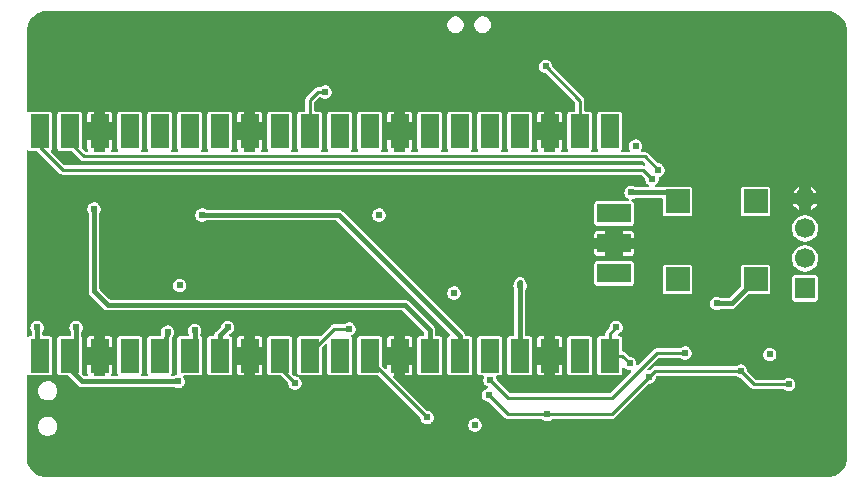
<source format=gbl>
G04 Layer: BottomLayer*
G04 EasyEDA v6.5.44, 2024-07-23 11:26:01*
G04 fa6d6c6f67624019b56d640f781358e2,6e2a8d9c20784516b523f05fecaed983,10*
G04 Gerber Generator version 0.2*
G04 Scale: 100 percent, Rotated: No, Reflected: No *
G04 Dimensions in millimeters *
G04 leading zeros omitted , absolute positions ,4 integer and 5 decimal *
%FSLAX45Y45*%
%MOMM*%

%AMMACRO1*21,1,$1,$2,0,0,$3*%
%ADD10C,0.2540*%
%ADD11C,0.4000*%
%ADD12MACRO1,2.8X1.6X-90.0000*%
%ADD13MACRO1,2.8X1.6X0.0000*%
%ADD14MACRO1,2X2X0.0000*%
%ADD15R,1.7000X1.7000*%
%ADD16C,1.7000*%
%ADD17C,0.6200*%
%ADD18C,0.0117*%

%LPD*%
G36*
X200863Y-4126484D02*
G01*
X182422Y-4125518D01*
X165557Y-4122978D01*
X148996Y-4118813D01*
X132943Y-4112971D01*
X117500Y-4105656D01*
X102870Y-4096816D01*
X89204Y-4086606D01*
X76606Y-4075125D01*
X65125Y-4062425D01*
X55016Y-4048658D01*
X46278Y-4033977D01*
X39014Y-4018534D01*
X33324Y-4002430D01*
X29209Y-3985869D01*
X26771Y-3968953D01*
X25908Y-3951528D01*
X25908Y-3265525D01*
X26822Y-3261309D01*
X29362Y-3257905D01*
X33121Y-3255822D01*
X37439Y-3255467D01*
X41452Y-3256940D01*
X45669Y-3259582D01*
X51155Y-3261512D01*
X57454Y-3262223D01*
X216357Y-3262223D01*
X222656Y-3261512D01*
X228092Y-3259582D01*
X233019Y-3256483D01*
X237083Y-3252419D01*
X240182Y-3247491D01*
X242112Y-3242056D01*
X242824Y-3235706D01*
X242824Y-2956864D01*
X242112Y-2950565D01*
X240182Y-2945079D01*
X237083Y-2940202D01*
X233019Y-2936087D01*
X228092Y-2932988D01*
X222656Y-2931109D01*
X216357Y-2930398D01*
X170383Y-2930398D01*
X166471Y-2929636D01*
X163169Y-2927400D01*
X160985Y-2924098D01*
X160223Y-2920238D01*
X160223Y-2893872D01*
X160629Y-2890926D01*
X161950Y-2888183D01*
X163931Y-2885236D01*
X167944Y-2876448D01*
X170332Y-2867101D01*
X171196Y-2857500D01*
X170332Y-2847898D01*
X167944Y-2838551D01*
X163931Y-2829763D01*
X158546Y-2821787D01*
X151892Y-2814828D01*
X144119Y-2809087D01*
X135483Y-2804718D01*
X126288Y-2801924D01*
X116738Y-2800654D01*
X107086Y-2801112D01*
X97637Y-2803144D01*
X88696Y-2806700D01*
X80467Y-2811780D01*
X73253Y-2818130D01*
X67157Y-2825648D01*
X62484Y-2834081D01*
X59283Y-2843174D01*
X57658Y-2852674D01*
X57658Y-2862326D01*
X59283Y-2871825D01*
X62484Y-2880918D01*
X67106Y-2889199D01*
X68072Y-2891586D01*
X68376Y-2894177D01*
X68376Y-2920238D01*
X67716Y-2923895D01*
X65735Y-2927045D01*
X62788Y-2929331D01*
X59232Y-2930347D01*
X51054Y-2931109D01*
X45669Y-2932988D01*
X41452Y-2935681D01*
X37439Y-2937154D01*
X33121Y-2936798D01*
X29362Y-2934716D01*
X26822Y-2931261D01*
X25908Y-2927045D01*
X25908Y-1365554D01*
X26822Y-1361338D01*
X29362Y-1357884D01*
X33121Y-1355801D01*
X37439Y-1355496D01*
X41452Y-1356918D01*
X45669Y-1359611D01*
X51155Y-1361490D01*
X57454Y-1362202D01*
X109626Y-1362202D01*
X113487Y-1362964D01*
X116789Y-1365199D01*
X302564Y-1550924D01*
X308762Y-1556054D01*
X315468Y-1559610D01*
X322681Y-1561795D01*
X330708Y-1562608D01*
X5224881Y-1562608D01*
X5228793Y-1563370D01*
X5232095Y-1565605D01*
X5261660Y-1595170D01*
X5263845Y-1598472D01*
X5264658Y-1602333D01*
X5264658Y-1605026D01*
X5266283Y-1614525D01*
X5269484Y-1623618D01*
X5274157Y-1632051D01*
X5280253Y-1639570D01*
X5287467Y-1645920D01*
X5293766Y-1649780D01*
X5296865Y-1652778D01*
X5298440Y-1656842D01*
X5298186Y-1661210D01*
X5296154Y-1665020D01*
X5292648Y-1667662D01*
X5288432Y-1668576D01*
X5180076Y-1668576D01*
X5176875Y-1668068D01*
X5164683Y-1661718D01*
X5155488Y-1658924D01*
X5145938Y-1657654D01*
X5136286Y-1658112D01*
X5126837Y-1660143D01*
X5117896Y-1663700D01*
X5109667Y-1668780D01*
X5102453Y-1675130D01*
X5096357Y-1682648D01*
X5091684Y-1691081D01*
X5088483Y-1700174D01*
X5086858Y-1709674D01*
X5086858Y-1719325D01*
X5088483Y-1728825D01*
X5091684Y-1737918D01*
X5096357Y-1746351D01*
X5102453Y-1753870D01*
X5109667Y-1760220D01*
X5117896Y-1765300D01*
X5121706Y-1766824D01*
X5125008Y-1769008D01*
X5127244Y-1772259D01*
X5128056Y-1776171D01*
X5127294Y-1780082D01*
X5125110Y-1783384D01*
X5121808Y-1785620D01*
X5117896Y-1786382D01*
X4860493Y-1786382D01*
X4854143Y-1787093D01*
X4848707Y-1789023D01*
X4843780Y-1792071D01*
X4839716Y-1796186D01*
X4836617Y-1801063D01*
X4834686Y-1806549D01*
X4833975Y-1812848D01*
X4833975Y-1971751D01*
X4834686Y-1978050D01*
X4836617Y-1983536D01*
X4839716Y-1988413D01*
X4843780Y-1992528D01*
X4848707Y-1995576D01*
X4854143Y-1997506D01*
X4860493Y-1998218D01*
X5139334Y-1998218D01*
X5145633Y-1997506D01*
X5151120Y-1995576D01*
X5155996Y-1992528D01*
X5160111Y-1988413D01*
X5163159Y-1983536D01*
X5165090Y-1978050D01*
X5165801Y-1971751D01*
X5165801Y-1812848D01*
X5165090Y-1806549D01*
X5163159Y-1801063D01*
X5160111Y-1796186D01*
X5155996Y-1792071D01*
X5150815Y-1788820D01*
X5147868Y-1785975D01*
X5146294Y-1782165D01*
X5146344Y-1778050D01*
X5148021Y-1774291D01*
X5151069Y-1771497D01*
X5164683Y-1767281D01*
X5176875Y-1760931D01*
X5180076Y-1760423D01*
X5401360Y-1760423D01*
X5405221Y-1761185D01*
X5408523Y-1763369D01*
X5410708Y-1766671D01*
X5411520Y-1770583D01*
X5411520Y-1890318D01*
X5412232Y-1896668D01*
X5414111Y-1902104D01*
X5417210Y-1907032D01*
X5421274Y-1911096D01*
X5426202Y-1914194D01*
X5431637Y-1916125D01*
X5437987Y-1916836D01*
X5636818Y-1916836D01*
X5643168Y-1916125D01*
X5648604Y-1914194D01*
X5653532Y-1911096D01*
X5657596Y-1907032D01*
X5660694Y-1902104D01*
X5662625Y-1896668D01*
X5663336Y-1890318D01*
X5663336Y-1691487D01*
X5662625Y-1685137D01*
X5660694Y-1679702D01*
X5657596Y-1674774D01*
X5653532Y-1670710D01*
X5648604Y-1667611D01*
X5643168Y-1665732D01*
X5636818Y-1665020D01*
X5437987Y-1665020D01*
X5431688Y-1665732D01*
X5425084Y-1668018D01*
X5421731Y-1668576D01*
X5354218Y-1668576D01*
X5349849Y-1667611D01*
X5346344Y-1664817D01*
X5344363Y-1660804D01*
X5344312Y-1656283D01*
X5346192Y-1652219D01*
X5349646Y-1649374D01*
X5351119Y-1648612D01*
X5358892Y-1642872D01*
X5365546Y-1635912D01*
X5370931Y-1627936D01*
X5374944Y-1619148D01*
X5377332Y-1609801D01*
X5378196Y-1600200D01*
X5377332Y-1590040D01*
X5377586Y-1586636D01*
X5379008Y-1583486D01*
X5381396Y-1581048D01*
X5384444Y-1579473D01*
X5393283Y-1576781D01*
X5401919Y-1572412D01*
X5409692Y-1566672D01*
X5416346Y-1559712D01*
X5421731Y-1551736D01*
X5425744Y-1542948D01*
X5428132Y-1533601D01*
X5428996Y-1524000D01*
X5428132Y-1514398D01*
X5425744Y-1505051D01*
X5421731Y-1496263D01*
X5416346Y-1488287D01*
X5409692Y-1481328D01*
X5401919Y-1475587D01*
X5393283Y-1471218D01*
X5384088Y-1468424D01*
X5370423Y-1466494D01*
X5366918Y-1464208D01*
X5285435Y-1382776D01*
X5279237Y-1377645D01*
X5272532Y-1374089D01*
X5265318Y-1371904D01*
X5257292Y-1371092D01*
X5235143Y-1371092D01*
X5230876Y-1370177D01*
X5227370Y-1367536D01*
X5225338Y-1363675D01*
X5225084Y-1359306D01*
X5226710Y-1355242D01*
X5231231Y-1348536D01*
X5235244Y-1339748D01*
X5237632Y-1330401D01*
X5238496Y-1320800D01*
X5237632Y-1311198D01*
X5235244Y-1301851D01*
X5231231Y-1293063D01*
X5225846Y-1285087D01*
X5219192Y-1278128D01*
X5211419Y-1272387D01*
X5202783Y-1268018D01*
X5193588Y-1265224D01*
X5184038Y-1263954D01*
X5174386Y-1264412D01*
X5164937Y-1266444D01*
X5155996Y-1270000D01*
X5147767Y-1275080D01*
X5140553Y-1281430D01*
X5134457Y-1288948D01*
X5129784Y-1297381D01*
X5126583Y-1306474D01*
X5124958Y-1315974D01*
X5124958Y-1325626D01*
X5126583Y-1335125D01*
X5129784Y-1344218D01*
X5134457Y-1352651D01*
X5136032Y-1354531D01*
X5137810Y-1357884D01*
X5138267Y-1361643D01*
X5137302Y-1365300D01*
X5135016Y-1368348D01*
X5131816Y-1370380D01*
X5128107Y-1371092D01*
X5068976Y-1371092D01*
X5065064Y-1370330D01*
X5061762Y-1368094D01*
X5059578Y-1364843D01*
X5058816Y-1360932D01*
X5059578Y-1357020D01*
X5061762Y-1353769D01*
X5063083Y-1352397D01*
X5066182Y-1347520D01*
X5068112Y-1342034D01*
X5068824Y-1335735D01*
X5068824Y-1056894D01*
X5068112Y-1050544D01*
X5066182Y-1045108D01*
X5063083Y-1040180D01*
X5059019Y-1036116D01*
X5054092Y-1033018D01*
X5048656Y-1031087D01*
X5042357Y-1030376D01*
X4883454Y-1030376D01*
X4877155Y-1031087D01*
X4871669Y-1033018D01*
X4866792Y-1036116D01*
X4862677Y-1040180D01*
X4859629Y-1045108D01*
X4857699Y-1050544D01*
X4856988Y-1056894D01*
X4856988Y-1335735D01*
X4857699Y-1342034D01*
X4859629Y-1347520D01*
X4862677Y-1352397D01*
X4864049Y-1353769D01*
X4866233Y-1357020D01*
X4866995Y-1360932D01*
X4866233Y-1364843D01*
X4864049Y-1368094D01*
X4860747Y-1370330D01*
X4856835Y-1371092D01*
X4814976Y-1371092D01*
X4811064Y-1370330D01*
X4807762Y-1368094D01*
X4805578Y-1364843D01*
X4804816Y-1360932D01*
X4805578Y-1357020D01*
X4807762Y-1353769D01*
X4809083Y-1352397D01*
X4812182Y-1347520D01*
X4814112Y-1342034D01*
X4814824Y-1335735D01*
X4814824Y-1056894D01*
X4814112Y-1050544D01*
X4812182Y-1045108D01*
X4809083Y-1040180D01*
X4805019Y-1036116D01*
X4800092Y-1033018D01*
X4794656Y-1031087D01*
X4788357Y-1030376D01*
X4757674Y-1030376D01*
X4753813Y-1029614D01*
X4750511Y-1027430D01*
X4748276Y-1024128D01*
X4747514Y-1020216D01*
X4747514Y-937514D01*
X4746752Y-929487D01*
X4744516Y-922274D01*
X4740960Y-915568D01*
X4735880Y-909370D01*
X4479290Y-652830D01*
X4477258Y-649884D01*
X4476343Y-646480D01*
X4475632Y-638098D01*
X4473244Y-628751D01*
X4469231Y-619963D01*
X4463846Y-611987D01*
X4457192Y-605028D01*
X4449419Y-599287D01*
X4440783Y-594918D01*
X4431588Y-592124D01*
X4422038Y-590854D01*
X4412386Y-591312D01*
X4402937Y-593344D01*
X4393996Y-596900D01*
X4385767Y-601980D01*
X4378553Y-608330D01*
X4372457Y-615848D01*
X4367784Y-624281D01*
X4364583Y-633374D01*
X4362958Y-642874D01*
X4362958Y-652526D01*
X4364583Y-662025D01*
X4367784Y-671118D01*
X4372457Y-679551D01*
X4378553Y-687070D01*
X4385767Y-693420D01*
X4393996Y-698500D01*
X4402937Y-702056D01*
X4412386Y-704088D01*
X4417872Y-704342D01*
X4421530Y-705205D01*
X4424629Y-707288D01*
X4667300Y-950010D01*
X4669536Y-953312D01*
X4670298Y-957224D01*
X4670298Y-1020216D01*
X4669536Y-1024128D01*
X4667300Y-1027430D01*
X4664049Y-1029614D01*
X4660138Y-1030376D01*
X4629454Y-1030376D01*
X4623155Y-1031087D01*
X4617669Y-1033018D01*
X4612792Y-1036116D01*
X4608677Y-1040180D01*
X4605629Y-1045108D01*
X4603699Y-1050544D01*
X4602988Y-1056894D01*
X4602988Y-1335735D01*
X4603699Y-1342034D01*
X4605629Y-1347520D01*
X4608677Y-1352397D01*
X4610049Y-1353769D01*
X4612233Y-1357020D01*
X4612995Y-1360932D01*
X4612233Y-1364843D01*
X4610049Y-1368094D01*
X4606747Y-1370330D01*
X4602835Y-1371092D01*
X4560976Y-1371092D01*
X4557064Y-1370330D01*
X4553762Y-1368094D01*
X4551578Y-1364843D01*
X4550816Y-1360932D01*
X4551578Y-1357020D01*
X4553762Y-1353769D01*
X4555083Y-1352397D01*
X4558182Y-1347520D01*
X4560112Y-1342034D01*
X4560824Y-1335735D01*
X4560824Y-1272641D01*
X4501235Y-1272641D01*
X4501235Y-1360932D01*
X4500473Y-1364843D01*
X4498289Y-1368094D01*
X4494987Y-1370330D01*
X4491075Y-1371092D01*
X4418736Y-1371092D01*
X4414824Y-1370330D01*
X4411522Y-1368094D01*
X4409338Y-1364843D01*
X4408576Y-1360932D01*
X4408576Y-1272641D01*
X4348988Y-1272641D01*
X4348988Y-1335735D01*
X4349699Y-1342034D01*
X4351629Y-1347520D01*
X4354677Y-1352397D01*
X4356049Y-1353769D01*
X4358233Y-1357020D01*
X4358995Y-1360932D01*
X4358233Y-1364843D01*
X4356049Y-1368094D01*
X4352747Y-1370330D01*
X4348835Y-1371092D01*
X4306976Y-1371092D01*
X4303064Y-1370330D01*
X4299762Y-1368094D01*
X4297578Y-1364843D01*
X4296816Y-1360932D01*
X4297578Y-1357020D01*
X4299762Y-1353769D01*
X4301083Y-1352397D01*
X4304182Y-1347520D01*
X4306112Y-1342034D01*
X4306824Y-1335735D01*
X4306824Y-1056894D01*
X4306112Y-1050544D01*
X4304182Y-1045108D01*
X4301083Y-1040180D01*
X4297019Y-1036116D01*
X4292092Y-1033018D01*
X4286656Y-1031087D01*
X4280357Y-1030376D01*
X4121454Y-1030376D01*
X4115155Y-1031087D01*
X4109669Y-1033018D01*
X4104792Y-1036116D01*
X4100677Y-1040180D01*
X4097629Y-1045108D01*
X4095699Y-1050544D01*
X4094987Y-1056894D01*
X4094987Y-1335735D01*
X4095699Y-1342034D01*
X4097629Y-1347520D01*
X4100677Y-1352397D01*
X4102049Y-1353769D01*
X4104233Y-1357020D01*
X4104995Y-1360932D01*
X4104233Y-1364843D01*
X4102049Y-1368094D01*
X4098747Y-1370330D01*
X4094835Y-1371092D01*
X4052976Y-1371092D01*
X4049064Y-1370330D01*
X4045762Y-1368094D01*
X4043578Y-1364843D01*
X4042816Y-1360932D01*
X4043578Y-1357020D01*
X4045762Y-1353769D01*
X4047083Y-1352397D01*
X4050182Y-1347520D01*
X4052112Y-1342034D01*
X4052824Y-1335735D01*
X4052824Y-1056894D01*
X4052112Y-1050544D01*
X4050182Y-1045108D01*
X4047083Y-1040180D01*
X4043019Y-1036116D01*
X4038092Y-1033018D01*
X4032656Y-1031087D01*
X4026357Y-1030376D01*
X3867454Y-1030376D01*
X3861155Y-1031087D01*
X3855669Y-1033018D01*
X3850792Y-1036116D01*
X3846677Y-1040180D01*
X3843629Y-1045108D01*
X3841699Y-1050544D01*
X3840987Y-1056894D01*
X3840987Y-1335735D01*
X3841699Y-1342034D01*
X3843629Y-1347520D01*
X3846677Y-1352397D01*
X3848049Y-1353769D01*
X3850233Y-1357020D01*
X3850995Y-1360932D01*
X3850233Y-1364843D01*
X3848049Y-1368094D01*
X3844747Y-1370330D01*
X3840835Y-1371092D01*
X3798976Y-1371092D01*
X3795064Y-1370330D01*
X3791762Y-1368094D01*
X3789578Y-1364843D01*
X3788816Y-1360932D01*
X3789578Y-1357020D01*
X3791762Y-1353769D01*
X3793083Y-1352397D01*
X3796182Y-1347520D01*
X3798112Y-1342034D01*
X3798824Y-1335735D01*
X3798824Y-1056894D01*
X3798112Y-1050544D01*
X3796182Y-1045108D01*
X3793083Y-1040180D01*
X3789019Y-1036116D01*
X3784092Y-1033018D01*
X3778656Y-1031087D01*
X3772357Y-1030376D01*
X3613454Y-1030376D01*
X3607155Y-1031087D01*
X3601669Y-1033018D01*
X3596792Y-1036116D01*
X3592677Y-1040180D01*
X3589629Y-1045108D01*
X3587699Y-1050544D01*
X3586987Y-1056894D01*
X3586987Y-1335735D01*
X3587699Y-1342034D01*
X3589629Y-1347520D01*
X3592677Y-1352397D01*
X3594049Y-1353769D01*
X3596233Y-1357020D01*
X3596995Y-1360932D01*
X3596233Y-1364843D01*
X3594049Y-1368094D01*
X3590747Y-1370330D01*
X3586835Y-1371092D01*
X3544976Y-1371092D01*
X3541064Y-1370330D01*
X3537762Y-1368094D01*
X3535578Y-1364843D01*
X3534816Y-1360932D01*
X3535578Y-1357020D01*
X3537762Y-1353769D01*
X3539083Y-1352397D01*
X3542182Y-1347520D01*
X3544112Y-1342034D01*
X3544824Y-1335735D01*
X3544824Y-1056894D01*
X3544112Y-1050544D01*
X3542182Y-1045108D01*
X3539083Y-1040180D01*
X3535019Y-1036116D01*
X3530092Y-1033018D01*
X3524656Y-1031087D01*
X3518357Y-1030376D01*
X3359454Y-1030376D01*
X3353155Y-1031087D01*
X3347669Y-1033018D01*
X3342792Y-1036116D01*
X3338677Y-1040180D01*
X3335629Y-1045108D01*
X3333699Y-1050544D01*
X3332987Y-1056894D01*
X3332987Y-1335735D01*
X3333699Y-1342034D01*
X3335629Y-1347520D01*
X3338677Y-1352397D01*
X3340049Y-1353769D01*
X3342233Y-1357020D01*
X3342995Y-1360932D01*
X3342233Y-1364843D01*
X3340049Y-1368094D01*
X3336747Y-1370330D01*
X3332835Y-1371092D01*
X3290976Y-1371092D01*
X3287064Y-1370330D01*
X3283762Y-1368094D01*
X3281578Y-1364843D01*
X3280816Y-1360932D01*
X3281578Y-1357020D01*
X3283762Y-1353769D01*
X3285083Y-1352397D01*
X3288182Y-1347520D01*
X3290112Y-1342034D01*
X3290824Y-1335735D01*
X3290824Y-1272641D01*
X3231235Y-1272641D01*
X3231235Y-1360932D01*
X3230473Y-1364843D01*
X3228289Y-1368094D01*
X3224987Y-1370330D01*
X3221075Y-1371092D01*
X3148736Y-1371092D01*
X3144824Y-1370330D01*
X3141522Y-1368094D01*
X3139338Y-1364843D01*
X3138576Y-1360932D01*
X3138576Y-1272641D01*
X3078988Y-1272641D01*
X3078988Y-1335735D01*
X3079699Y-1342034D01*
X3081629Y-1347520D01*
X3084677Y-1352397D01*
X3086049Y-1353769D01*
X3088233Y-1357020D01*
X3088995Y-1360932D01*
X3088233Y-1364843D01*
X3086049Y-1368094D01*
X3082747Y-1370330D01*
X3078835Y-1371092D01*
X3036976Y-1371092D01*
X3033064Y-1370330D01*
X3029762Y-1368094D01*
X3027578Y-1364843D01*
X3026816Y-1360932D01*
X3027578Y-1357020D01*
X3029762Y-1353769D01*
X3031083Y-1352397D01*
X3034182Y-1347520D01*
X3036112Y-1342034D01*
X3036824Y-1335735D01*
X3036824Y-1056894D01*
X3036112Y-1050544D01*
X3034182Y-1045108D01*
X3031083Y-1040180D01*
X3027019Y-1036116D01*
X3022092Y-1033018D01*
X3016656Y-1031087D01*
X3010357Y-1030376D01*
X2851454Y-1030376D01*
X2845155Y-1031087D01*
X2839669Y-1033018D01*
X2834792Y-1036116D01*
X2830677Y-1040180D01*
X2827629Y-1045108D01*
X2825699Y-1050544D01*
X2824988Y-1056894D01*
X2824988Y-1335735D01*
X2825699Y-1342034D01*
X2827629Y-1347520D01*
X2830677Y-1352397D01*
X2832049Y-1353769D01*
X2834233Y-1357020D01*
X2834995Y-1360932D01*
X2834233Y-1364843D01*
X2832049Y-1368094D01*
X2828747Y-1370330D01*
X2824835Y-1371092D01*
X2782976Y-1371092D01*
X2779064Y-1370330D01*
X2775762Y-1368094D01*
X2773578Y-1364843D01*
X2772816Y-1360932D01*
X2773578Y-1357020D01*
X2775762Y-1353769D01*
X2777083Y-1352397D01*
X2780182Y-1347520D01*
X2782112Y-1342034D01*
X2782824Y-1335735D01*
X2782824Y-1056894D01*
X2782112Y-1050544D01*
X2780182Y-1045108D01*
X2777083Y-1040180D01*
X2773019Y-1036116D01*
X2768092Y-1033018D01*
X2762656Y-1031087D01*
X2756357Y-1030376D01*
X2597454Y-1030376D01*
X2591155Y-1031087D01*
X2585669Y-1033018D01*
X2580792Y-1036116D01*
X2576677Y-1040180D01*
X2573629Y-1045108D01*
X2571699Y-1050544D01*
X2570988Y-1056894D01*
X2570988Y-1335735D01*
X2571699Y-1342034D01*
X2573629Y-1347520D01*
X2576677Y-1352397D01*
X2578049Y-1353769D01*
X2580233Y-1357020D01*
X2580995Y-1360932D01*
X2580233Y-1364843D01*
X2578049Y-1368094D01*
X2574747Y-1370330D01*
X2570835Y-1371092D01*
X2528976Y-1371092D01*
X2525064Y-1370330D01*
X2521762Y-1368094D01*
X2519578Y-1364843D01*
X2518816Y-1360932D01*
X2519578Y-1357020D01*
X2521762Y-1353769D01*
X2523083Y-1352397D01*
X2526182Y-1347520D01*
X2528112Y-1342034D01*
X2528824Y-1335735D01*
X2528824Y-1056894D01*
X2528112Y-1050544D01*
X2526182Y-1045108D01*
X2523083Y-1040180D01*
X2519019Y-1036116D01*
X2514092Y-1033018D01*
X2508656Y-1031087D01*
X2502357Y-1030376D01*
X2471674Y-1030376D01*
X2467813Y-1029614D01*
X2464511Y-1027430D01*
X2462276Y-1024128D01*
X2461514Y-1020216D01*
X2461514Y-950112D01*
X2462276Y-946200D01*
X2464511Y-942898D01*
X2501087Y-906322D01*
X2504236Y-904189D01*
X2507945Y-903376D01*
X2511704Y-903935D01*
X2514955Y-905865D01*
X2518867Y-909319D01*
X2527096Y-914400D01*
X2536037Y-917956D01*
X2545486Y-919987D01*
X2555138Y-920445D01*
X2564688Y-919175D01*
X2573883Y-916381D01*
X2582519Y-912012D01*
X2590292Y-906271D01*
X2596946Y-899312D01*
X2602331Y-891336D01*
X2606344Y-882548D01*
X2608732Y-873201D01*
X2609596Y-863600D01*
X2608732Y-853998D01*
X2606344Y-844651D01*
X2602331Y-835863D01*
X2596946Y-827887D01*
X2590292Y-820928D01*
X2582519Y-815187D01*
X2573883Y-810818D01*
X2564688Y-808024D01*
X2555138Y-806754D01*
X2545486Y-807212D01*
X2536037Y-809244D01*
X2527096Y-812800D01*
X2518867Y-817880D01*
X2513685Y-822452D01*
X2510536Y-824331D01*
X2506980Y-824992D01*
X2489708Y-824992D01*
X2481681Y-825804D01*
X2474468Y-827989D01*
X2467762Y-831545D01*
X2461564Y-836676D01*
X2395982Y-902258D01*
X2390851Y-908456D01*
X2387295Y-915111D01*
X2385110Y-922375D01*
X2384298Y-930402D01*
X2384298Y-1020216D01*
X2383536Y-1024128D01*
X2381300Y-1027430D01*
X2378049Y-1029614D01*
X2374138Y-1030376D01*
X2343454Y-1030376D01*
X2337155Y-1031087D01*
X2331669Y-1033018D01*
X2326792Y-1036116D01*
X2322677Y-1040180D01*
X2319629Y-1045108D01*
X2317699Y-1050544D01*
X2316988Y-1056894D01*
X2316988Y-1335735D01*
X2317699Y-1342034D01*
X2319629Y-1347520D01*
X2322677Y-1352397D01*
X2324049Y-1353769D01*
X2326233Y-1357020D01*
X2326995Y-1360932D01*
X2326233Y-1364843D01*
X2324049Y-1368094D01*
X2320747Y-1370330D01*
X2316835Y-1371092D01*
X2274976Y-1371092D01*
X2271064Y-1370330D01*
X2267762Y-1368094D01*
X2265578Y-1364843D01*
X2264816Y-1360932D01*
X2265578Y-1357020D01*
X2267762Y-1353769D01*
X2269083Y-1352397D01*
X2272182Y-1347520D01*
X2274112Y-1342034D01*
X2274824Y-1335735D01*
X2274824Y-1056894D01*
X2274112Y-1050544D01*
X2272182Y-1045108D01*
X2269083Y-1040180D01*
X2265019Y-1036116D01*
X2260092Y-1033018D01*
X2254656Y-1031087D01*
X2248357Y-1030376D01*
X2089454Y-1030376D01*
X2083155Y-1031087D01*
X2077669Y-1033018D01*
X2072792Y-1036116D01*
X2068677Y-1040180D01*
X2065629Y-1045108D01*
X2063699Y-1050544D01*
X2062988Y-1056894D01*
X2062988Y-1335735D01*
X2063699Y-1342034D01*
X2065629Y-1347520D01*
X2068677Y-1352397D01*
X2070049Y-1353769D01*
X2072233Y-1357020D01*
X2072995Y-1360932D01*
X2072233Y-1364843D01*
X2070049Y-1368094D01*
X2066747Y-1370330D01*
X2062835Y-1371092D01*
X2020976Y-1371092D01*
X2017064Y-1370330D01*
X2013762Y-1368094D01*
X2011578Y-1364843D01*
X2010816Y-1360932D01*
X2011578Y-1357020D01*
X2013762Y-1353769D01*
X2015083Y-1352397D01*
X2018182Y-1347520D01*
X2020112Y-1342034D01*
X2020824Y-1335735D01*
X2020824Y-1272641D01*
X1961235Y-1272641D01*
X1961235Y-1360932D01*
X1960473Y-1364843D01*
X1958289Y-1368094D01*
X1954987Y-1370330D01*
X1951075Y-1371092D01*
X1878736Y-1371092D01*
X1874824Y-1370330D01*
X1871522Y-1368094D01*
X1869338Y-1364843D01*
X1868576Y-1360932D01*
X1868576Y-1272641D01*
X1808988Y-1272641D01*
X1808988Y-1335735D01*
X1809699Y-1342034D01*
X1811629Y-1347520D01*
X1814677Y-1352397D01*
X1816049Y-1353769D01*
X1818233Y-1357020D01*
X1818995Y-1360932D01*
X1818233Y-1364843D01*
X1816049Y-1368094D01*
X1812747Y-1370330D01*
X1808835Y-1371092D01*
X1766976Y-1371092D01*
X1763064Y-1370330D01*
X1759762Y-1368094D01*
X1757578Y-1364843D01*
X1756816Y-1360932D01*
X1757578Y-1357020D01*
X1759762Y-1353769D01*
X1761083Y-1352397D01*
X1764182Y-1347520D01*
X1766112Y-1342034D01*
X1766824Y-1335735D01*
X1766824Y-1056894D01*
X1766112Y-1050544D01*
X1764182Y-1045108D01*
X1761083Y-1040180D01*
X1757019Y-1036116D01*
X1752092Y-1033018D01*
X1746656Y-1031087D01*
X1740357Y-1030376D01*
X1581454Y-1030376D01*
X1575155Y-1031087D01*
X1569669Y-1033018D01*
X1564792Y-1036116D01*
X1560677Y-1040180D01*
X1557629Y-1045108D01*
X1555699Y-1050544D01*
X1554988Y-1056894D01*
X1554988Y-1335735D01*
X1555699Y-1342034D01*
X1557629Y-1347520D01*
X1560677Y-1352397D01*
X1562049Y-1353769D01*
X1564233Y-1357020D01*
X1564995Y-1360932D01*
X1564233Y-1364843D01*
X1562049Y-1368094D01*
X1558747Y-1370330D01*
X1554835Y-1371092D01*
X1512976Y-1371092D01*
X1509064Y-1370330D01*
X1505762Y-1368094D01*
X1503578Y-1364843D01*
X1502816Y-1360932D01*
X1503578Y-1357020D01*
X1505762Y-1353769D01*
X1507083Y-1352397D01*
X1510182Y-1347520D01*
X1512112Y-1342034D01*
X1512824Y-1335735D01*
X1512824Y-1056894D01*
X1512112Y-1050544D01*
X1510182Y-1045108D01*
X1507083Y-1040180D01*
X1503019Y-1036116D01*
X1498092Y-1033018D01*
X1492656Y-1031087D01*
X1486357Y-1030376D01*
X1327454Y-1030376D01*
X1321155Y-1031087D01*
X1315669Y-1033018D01*
X1310792Y-1036116D01*
X1306677Y-1040180D01*
X1303629Y-1045108D01*
X1301699Y-1050544D01*
X1300988Y-1056894D01*
X1300988Y-1335735D01*
X1301699Y-1342034D01*
X1303629Y-1347520D01*
X1306677Y-1352397D01*
X1308049Y-1353769D01*
X1310233Y-1357020D01*
X1310995Y-1360932D01*
X1310233Y-1364843D01*
X1308049Y-1368094D01*
X1304747Y-1370330D01*
X1300835Y-1371092D01*
X1258976Y-1371092D01*
X1255064Y-1370330D01*
X1251762Y-1368094D01*
X1249578Y-1364843D01*
X1248816Y-1360932D01*
X1249578Y-1357020D01*
X1251762Y-1353769D01*
X1253083Y-1352397D01*
X1256182Y-1347520D01*
X1258112Y-1342034D01*
X1258824Y-1335735D01*
X1258824Y-1056894D01*
X1258112Y-1050544D01*
X1256182Y-1045108D01*
X1253083Y-1040180D01*
X1249019Y-1036116D01*
X1244092Y-1033018D01*
X1238656Y-1031087D01*
X1232357Y-1030376D01*
X1073454Y-1030376D01*
X1067155Y-1031087D01*
X1061669Y-1033018D01*
X1056792Y-1036116D01*
X1052677Y-1040180D01*
X1049629Y-1045108D01*
X1047699Y-1050544D01*
X1046987Y-1056894D01*
X1046987Y-1335735D01*
X1047699Y-1342034D01*
X1049629Y-1347520D01*
X1052677Y-1352397D01*
X1054049Y-1353769D01*
X1056233Y-1357020D01*
X1056995Y-1360932D01*
X1056233Y-1364843D01*
X1054049Y-1368094D01*
X1050747Y-1370330D01*
X1046835Y-1371092D01*
X1004976Y-1371092D01*
X1001064Y-1370330D01*
X997762Y-1368094D01*
X995578Y-1364843D01*
X994816Y-1360932D01*
X995578Y-1357020D01*
X997762Y-1353769D01*
X999083Y-1352397D01*
X1002182Y-1347520D01*
X1004112Y-1342034D01*
X1004824Y-1335735D01*
X1004824Y-1056894D01*
X1004112Y-1050544D01*
X1002182Y-1045108D01*
X999083Y-1040180D01*
X995019Y-1036116D01*
X990092Y-1033018D01*
X984656Y-1031087D01*
X978357Y-1030376D01*
X819454Y-1030376D01*
X813155Y-1031087D01*
X807669Y-1033018D01*
X802792Y-1036116D01*
X798677Y-1040180D01*
X795629Y-1045108D01*
X793699Y-1050544D01*
X792988Y-1056894D01*
X792988Y-1335735D01*
X793699Y-1342034D01*
X795629Y-1347520D01*
X798677Y-1352397D01*
X800049Y-1353769D01*
X802233Y-1357020D01*
X802995Y-1360932D01*
X802233Y-1364843D01*
X800049Y-1368094D01*
X796747Y-1370330D01*
X792835Y-1371092D01*
X750976Y-1371092D01*
X747064Y-1370330D01*
X743762Y-1368094D01*
X741578Y-1364843D01*
X740816Y-1360932D01*
X741578Y-1357020D01*
X743762Y-1353769D01*
X745083Y-1352397D01*
X748182Y-1347520D01*
X750112Y-1342034D01*
X750824Y-1335735D01*
X750824Y-1272641D01*
X691235Y-1272641D01*
X691235Y-1360932D01*
X690473Y-1364843D01*
X688289Y-1368094D01*
X684987Y-1370330D01*
X681075Y-1371092D01*
X608736Y-1371092D01*
X604824Y-1370330D01*
X601522Y-1368094D01*
X599338Y-1364843D01*
X598576Y-1360932D01*
X598576Y-1272641D01*
X538988Y-1272641D01*
X538988Y-1335735D01*
X539699Y-1342034D01*
X541629Y-1347520D01*
X544677Y-1352397D01*
X546049Y-1353769D01*
X548233Y-1357020D01*
X548995Y-1360932D01*
X548233Y-1364843D01*
X546049Y-1368094D01*
X542747Y-1370330D01*
X538835Y-1371092D01*
X528218Y-1371092D01*
X524306Y-1370330D01*
X521004Y-1368094D01*
X499465Y-1346555D01*
X497636Y-1344117D01*
X496620Y-1341272D01*
X496824Y-1335735D01*
X496824Y-1056894D01*
X496112Y-1050544D01*
X494182Y-1045108D01*
X491083Y-1040180D01*
X487019Y-1036116D01*
X482092Y-1033018D01*
X476656Y-1031087D01*
X470357Y-1030376D01*
X311454Y-1030376D01*
X305155Y-1031087D01*
X299669Y-1033018D01*
X294792Y-1036116D01*
X290677Y-1040180D01*
X287629Y-1045108D01*
X285699Y-1050544D01*
X284988Y-1056894D01*
X284988Y-1335735D01*
X285699Y-1342034D01*
X287629Y-1347520D01*
X290677Y-1352397D01*
X294792Y-1356512D01*
X299669Y-1359611D01*
X305155Y-1361490D01*
X311454Y-1362202D01*
X401726Y-1362202D01*
X405587Y-1362964D01*
X408889Y-1365199D01*
X480364Y-1436624D01*
X486562Y-1441754D01*
X493268Y-1445310D01*
X500481Y-1447495D01*
X508508Y-1448308D01*
X5237581Y-1448308D01*
X5241493Y-1449070D01*
X5244795Y-1451305D01*
X5262778Y-1469288D01*
X5265166Y-1473047D01*
X5265724Y-1477467D01*
X5264302Y-1481683D01*
X5261254Y-1484934D01*
X5257088Y-1486509D01*
X5244592Y-1485392D01*
X350418Y-1485392D01*
X346506Y-1484630D01*
X343204Y-1482394D01*
X232359Y-1371549D01*
X230124Y-1368247D01*
X229362Y-1364386D01*
X230124Y-1360474D01*
X232359Y-1357172D01*
X237083Y-1352397D01*
X240182Y-1347520D01*
X242112Y-1342034D01*
X242824Y-1335735D01*
X242824Y-1056894D01*
X242112Y-1050544D01*
X240182Y-1045108D01*
X237083Y-1040180D01*
X233019Y-1036116D01*
X228092Y-1033018D01*
X222656Y-1031087D01*
X216357Y-1030376D01*
X57454Y-1030376D01*
X51155Y-1031087D01*
X45669Y-1033018D01*
X41452Y-1035659D01*
X37439Y-1037132D01*
X33121Y-1036777D01*
X29362Y-1034694D01*
X26822Y-1031290D01*
X25908Y-1027074D01*
X25908Y-353263D01*
X26873Y-334822D01*
X29413Y-317957D01*
X33578Y-301396D01*
X39420Y-285343D01*
X46736Y-269900D01*
X55575Y-255270D01*
X65786Y-241604D01*
X77266Y-229006D01*
X89966Y-217525D01*
X103733Y-207416D01*
X118414Y-198678D01*
X133858Y-191414D01*
X149961Y-185724D01*
X166522Y-181610D01*
X183438Y-179171D01*
X200863Y-178308D01*
X6799122Y-178308D01*
X6817563Y-179273D01*
X6834428Y-181813D01*
X6850989Y-185978D01*
X6867042Y-191820D01*
X6882485Y-199136D01*
X6897116Y-207975D01*
X6910781Y-218186D01*
X6923379Y-229666D01*
X6934860Y-242366D01*
X6944969Y-256133D01*
X6953707Y-270814D01*
X6960971Y-286258D01*
X6966661Y-302361D01*
X6970775Y-318922D01*
X6973214Y-335838D01*
X6974078Y-353263D01*
X6974078Y-3951528D01*
X6973112Y-3969969D01*
X6970572Y-3986834D01*
X6966407Y-4003395D01*
X6960565Y-4019448D01*
X6953250Y-4034891D01*
X6944410Y-4049522D01*
X6934200Y-4063187D01*
X6922719Y-4075785D01*
X6910019Y-4087266D01*
X6896252Y-4097375D01*
X6881571Y-4106113D01*
X6866128Y-4113377D01*
X6850024Y-4119067D01*
X6833463Y-4123182D01*
X6816547Y-4125620D01*
X6799122Y-4126484D01*
G37*

%LPC*%
G36*
X202336Y-3774135D02*
G01*
X214172Y-3773728D01*
X225755Y-3771544D01*
X236931Y-3767734D01*
X247446Y-3762349D01*
X257048Y-3755491D01*
X265531Y-3747262D01*
X272745Y-3737965D01*
X278536Y-3727653D01*
X282752Y-3716629D01*
X285343Y-3705098D01*
X286207Y-3693312D01*
X285343Y-3681526D01*
X282752Y-3669995D01*
X278536Y-3658971D01*
X272745Y-3648659D01*
X265531Y-3639362D01*
X257048Y-3631133D01*
X247446Y-3624275D01*
X236931Y-3618890D01*
X225755Y-3615080D01*
X214172Y-3612896D01*
X202336Y-3612489D01*
X190601Y-3613759D01*
X179171Y-3616756D01*
X168300Y-3621379D01*
X158242Y-3627526D01*
X149148Y-3635095D01*
X141274Y-3643884D01*
X134772Y-3653739D01*
X129743Y-3664407D01*
X126339Y-3675735D01*
X124663Y-3687419D01*
X124663Y-3699205D01*
X126339Y-3710889D01*
X129743Y-3722217D01*
X134772Y-3732885D01*
X141274Y-3742740D01*
X149148Y-3751529D01*
X158242Y-3759098D01*
X168300Y-3765245D01*
X179171Y-3769868D01*
X190601Y-3772865D01*
G37*
G36*
X3825138Y-3739845D02*
G01*
X3834688Y-3738575D01*
X3843883Y-3735781D01*
X3852519Y-3731412D01*
X3860292Y-3725672D01*
X3866946Y-3718712D01*
X3872331Y-3710736D01*
X3876344Y-3701948D01*
X3878732Y-3692601D01*
X3879596Y-3683000D01*
X3878732Y-3673398D01*
X3876344Y-3664051D01*
X3872331Y-3655263D01*
X3866946Y-3647287D01*
X3860292Y-3640328D01*
X3852519Y-3634587D01*
X3843883Y-3630218D01*
X3834688Y-3627424D01*
X3825138Y-3626154D01*
X3815486Y-3626612D01*
X3806037Y-3628644D01*
X3797096Y-3632200D01*
X3788867Y-3637279D01*
X3781653Y-3643629D01*
X3775557Y-3651148D01*
X3770884Y-3659581D01*
X3767683Y-3668674D01*
X3766058Y-3678174D01*
X3766058Y-3687826D01*
X3767683Y-3697325D01*
X3770884Y-3706418D01*
X3775557Y-3714851D01*
X3781653Y-3722370D01*
X3788867Y-3728720D01*
X3797096Y-3733800D01*
X3806037Y-3737356D01*
X3815486Y-3739387D01*
G37*
G36*
X3418738Y-3676345D02*
G01*
X3428288Y-3675075D01*
X3437483Y-3672281D01*
X3446119Y-3667912D01*
X3453892Y-3662172D01*
X3460546Y-3655212D01*
X3465931Y-3647236D01*
X3469944Y-3638448D01*
X3472332Y-3629101D01*
X3473196Y-3619500D01*
X3472332Y-3609898D01*
X3469944Y-3600551D01*
X3465931Y-3591763D01*
X3460546Y-3583787D01*
X3453892Y-3576828D01*
X3446119Y-3571087D01*
X3437483Y-3566718D01*
X3428288Y-3563924D01*
X3414623Y-3561994D01*
X3411118Y-3559708D01*
X3130956Y-3279546D01*
X3128772Y-3276244D01*
X3127959Y-3272383D01*
X3128772Y-3268472D01*
X3130956Y-3265170D01*
X3134258Y-3262985D01*
X3138576Y-3262223D01*
X3138576Y-3172663D01*
X3078988Y-3172663D01*
X3078988Y-3203041D01*
X3078226Y-3206953D01*
X3076041Y-3210255D01*
X3072739Y-3212439D01*
X3068828Y-3213201D01*
X3064967Y-3212439D01*
X3061665Y-3210255D01*
X3039770Y-3188360D01*
X3037586Y-3185109D01*
X3036824Y-3181197D01*
X3036824Y-2956864D01*
X3036112Y-2950565D01*
X3034182Y-2945079D01*
X3031083Y-2940202D01*
X3027019Y-2936087D01*
X3022092Y-2932988D01*
X3016656Y-2931109D01*
X3010357Y-2930398D01*
X2851454Y-2930398D01*
X2845155Y-2931109D01*
X2839669Y-2932988D01*
X2834792Y-2936087D01*
X2830677Y-2940202D01*
X2827629Y-2945079D01*
X2825699Y-2950565D01*
X2824988Y-2956864D01*
X2824988Y-3235706D01*
X2825699Y-3242056D01*
X2827629Y-3247491D01*
X2830677Y-3252419D01*
X2834792Y-3256483D01*
X2839669Y-3259582D01*
X2845155Y-3261512D01*
X2851454Y-3262223D01*
X3000197Y-3262223D01*
X3004108Y-3262985D01*
X3007410Y-3265170D01*
X3356660Y-3614470D01*
X3358845Y-3617772D01*
X3359658Y-3621633D01*
X3359658Y-3624326D01*
X3361283Y-3633825D01*
X3364484Y-3642918D01*
X3369157Y-3651351D01*
X3375253Y-3658870D01*
X3382467Y-3665220D01*
X3390696Y-3670300D01*
X3399637Y-3673856D01*
X3409086Y-3675887D01*
G37*
G36*
X4434738Y-3650945D02*
G01*
X4444288Y-3649675D01*
X4453483Y-3646881D01*
X4462119Y-3642512D01*
X4474159Y-3633520D01*
X4478121Y-3632708D01*
X4977892Y-3632708D01*
X4985918Y-3631895D01*
X4993132Y-3629710D01*
X4999837Y-3626154D01*
X5006035Y-3621024D01*
X5290718Y-3336391D01*
X5294223Y-3334105D01*
X5307888Y-3332175D01*
X5317083Y-3329381D01*
X5325719Y-3325012D01*
X5333492Y-3319272D01*
X5340146Y-3312312D01*
X5345531Y-3304336D01*
X5349544Y-3295548D01*
X5351932Y-3286201D01*
X5352643Y-3277819D01*
X5353558Y-3274415D01*
X5355590Y-3271469D01*
X5359704Y-3267405D01*
X5363006Y-3265170D01*
X5366918Y-3264408D01*
X6024880Y-3264408D01*
X6028436Y-3265068D01*
X6031585Y-3266948D01*
X6036767Y-3271520D01*
X6044996Y-3276600D01*
X6053937Y-3280156D01*
X6063386Y-3282187D01*
X6068872Y-3282442D01*
X6072530Y-3283305D01*
X6075629Y-3285388D01*
X6157264Y-3367024D01*
X6163462Y-3372154D01*
X6170168Y-3375710D01*
X6177381Y-3377895D01*
X6185408Y-3378708D01*
X6431280Y-3378708D01*
X6434836Y-3379368D01*
X6437985Y-3381248D01*
X6443167Y-3385820D01*
X6451396Y-3390900D01*
X6460337Y-3394456D01*
X6469786Y-3396487D01*
X6479438Y-3396945D01*
X6488988Y-3395675D01*
X6498183Y-3392881D01*
X6506819Y-3388512D01*
X6514592Y-3382772D01*
X6521246Y-3375812D01*
X6526631Y-3367836D01*
X6530644Y-3359048D01*
X6533032Y-3349701D01*
X6533896Y-3340100D01*
X6533032Y-3330498D01*
X6530644Y-3321151D01*
X6526631Y-3312363D01*
X6521246Y-3304387D01*
X6514592Y-3297428D01*
X6506819Y-3291687D01*
X6498183Y-3287318D01*
X6488988Y-3284524D01*
X6479438Y-3283254D01*
X6469786Y-3283712D01*
X6460337Y-3285744D01*
X6451396Y-3289300D01*
X6443167Y-3294379D01*
X6437985Y-3298951D01*
X6434836Y-3300831D01*
X6431280Y-3301492D01*
X6205118Y-3301492D01*
X6201206Y-3300729D01*
X6197904Y-3298494D01*
X6130290Y-3230930D01*
X6128258Y-3227984D01*
X6127343Y-3224580D01*
X6126632Y-3216198D01*
X6124244Y-3206851D01*
X6120231Y-3198063D01*
X6114846Y-3190087D01*
X6108192Y-3183128D01*
X6100419Y-3177387D01*
X6091783Y-3173018D01*
X6082588Y-3170224D01*
X6073038Y-3168954D01*
X6063386Y-3169412D01*
X6053937Y-3171444D01*
X6044996Y-3175000D01*
X6036767Y-3180080D01*
X6031585Y-3184652D01*
X6028436Y-3186531D01*
X6024880Y-3187192D01*
X5347208Y-3187192D01*
X5339181Y-3188004D01*
X5331968Y-3190189D01*
X5325262Y-3193745D01*
X5319064Y-3198876D01*
X5300929Y-3217011D01*
X5297830Y-3219094D01*
X5292293Y-3220008D01*
X5288330Y-3219399D01*
X5284927Y-3217265D01*
X5282590Y-3213963D01*
X5281726Y-3210052D01*
X5282488Y-3206038D01*
X5284724Y-3202686D01*
X5372404Y-3115005D01*
X5375706Y-3112770D01*
X5379618Y-3112008D01*
X5554980Y-3112008D01*
X5558536Y-3112668D01*
X5561685Y-3114548D01*
X5566867Y-3119120D01*
X5575096Y-3124200D01*
X5584037Y-3127756D01*
X5593486Y-3129788D01*
X5603138Y-3130245D01*
X5612688Y-3128975D01*
X5621883Y-3126181D01*
X5630519Y-3121812D01*
X5638292Y-3116072D01*
X5644946Y-3109112D01*
X5650331Y-3101136D01*
X5654344Y-3092348D01*
X5656732Y-3083001D01*
X5657596Y-3073400D01*
X5656732Y-3063798D01*
X5654344Y-3054451D01*
X5650331Y-3045663D01*
X5644946Y-3037687D01*
X5638292Y-3030728D01*
X5630519Y-3024987D01*
X5621883Y-3020618D01*
X5612688Y-3017824D01*
X5603138Y-3016554D01*
X5593486Y-3017012D01*
X5584037Y-3019044D01*
X5575096Y-3022600D01*
X5566867Y-3027680D01*
X5561685Y-3032252D01*
X5558536Y-3034131D01*
X5554980Y-3034792D01*
X5359908Y-3034792D01*
X5351881Y-3035604D01*
X5344668Y-3037789D01*
X5337962Y-3041345D01*
X5331764Y-3046476D01*
X5204714Y-3173476D01*
X5201259Y-3175762D01*
X5197246Y-3176473D01*
X5193233Y-3175508D01*
X5189931Y-3173069D01*
X5187899Y-3169513D01*
X5187391Y-3165449D01*
X5187696Y-3162300D01*
X5186832Y-3152698D01*
X5184444Y-3143351D01*
X5180431Y-3134563D01*
X5175046Y-3126587D01*
X5168392Y-3119628D01*
X5160619Y-3113887D01*
X5151983Y-3109518D01*
X5142788Y-3106724D01*
X5129123Y-3104794D01*
X5125618Y-3102508D01*
X5092446Y-3069386D01*
X5086248Y-3064256D01*
X5079593Y-3060700D01*
X5076037Y-3059633D01*
X5072278Y-3057550D01*
X5069738Y-3054096D01*
X5068824Y-3049879D01*
X5068824Y-2956864D01*
X5068112Y-2950565D01*
X5066182Y-2945079D01*
X5063083Y-2940202D01*
X5059019Y-2936087D01*
X5054092Y-2932988D01*
X5048656Y-2931109D01*
X5042357Y-2930398D01*
X5039868Y-2930398D01*
X5035854Y-2929585D01*
X5032502Y-2927197D01*
X5030317Y-2923743D01*
X5029758Y-2919679D01*
X5030774Y-2915716D01*
X5033314Y-2912465D01*
X5046319Y-2905912D01*
X5054092Y-2900172D01*
X5060746Y-2893212D01*
X5066131Y-2885236D01*
X5070144Y-2876448D01*
X5072532Y-2867101D01*
X5073396Y-2857500D01*
X5072532Y-2847898D01*
X5070144Y-2838551D01*
X5066131Y-2829763D01*
X5060746Y-2821787D01*
X5054092Y-2814828D01*
X5046319Y-2809087D01*
X5037683Y-2804718D01*
X5028488Y-2801924D01*
X5018938Y-2800654D01*
X5009286Y-2801112D01*
X4999837Y-2803144D01*
X4990896Y-2806700D01*
X4982667Y-2811780D01*
X4975453Y-2818130D01*
X4969357Y-2825648D01*
X4964684Y-2834081D01*
X4961483Y-2843174D01*
X4959858Y-2852674D01*
X4959858Y-2855366D01*
X4959045Y-2859227D01*
X4956860Y-2862529D01*
X4935982Y-2883458D01*
X4930851Y-2889656D01*
X4927295Y-2896311D01*
X4925110Y-2903575D01*
X4924298Y-2911602D01*
X4924298Y-2920238D01*
X4923536Y-2924098D01*
X4921300Y-2927400D01*
X4918049Y-2929636D01*
X4914138Y-2930398D01*
X4883454Y-2930398D01*
X4877155Y-2931109D01*
X4871669Y-2932988D01*
X4866792Y-2936087D01*
X4862677Y-2940202D01*
X4859629Y-2945079D01*
X4857699Y-2950565D01*
X4856988Y-2956864D01*
X4856988Y-3235706D01*
X4857699Y-3242056D01*
X4859629Y-3247491D01*
X4862677Y-3252419D01*
X4866792Y-3256483D01*
X4871669Y-3259582D01*
X4877155Y-3261512D01*
X4883454Y-3262223D01*
X5042357Y-3262223D01*
X5048656Y-3261512D01*
X5054092Y-3259582D01*
X5059019Y-3256483D01*
X5063083Y-3252419D01*
X5066182Y-3247491D01*
X5068112Y-3242056D01*
X5068824Y-3235706D01*
X5068824Y-3204464D01*
X5069636Y-3200450D01*
X5072024Y-3197047D01*
X5075580Y-3194913D01*
X5079695Y-3194354D01*
X5083657Y-3195472D01*
X5086858Y-3198114D01*
X5089753Y-3201670D01*
X5096967Y-3208020D01*
X5105196Y-3213100D01*
X5114137Y-3216656D01*
X5123586Y-3218688D01*
X5133340Y-3219094D01*
X5137505Y-3219450D01*
X5141214Y-3221431D01*
X5143754Y-3224682D01*
X5144820Y-3228746D01*
X5144109Y-3232861D01*
X5141823Y-3236366D01*
X4965395Y-3412794D01*
X4962093Y-3415029D01*
X4958181Y-3415792D01*
X4122318Y-3415792D01*
X4118406Y-3415029D01*
X4115104Y-3412794D01*
X4009390Y-3307130D01*
X4007358Y-3304184D01*
X4006443Y-3300780D01*
X4005732Y-3292398D01*
X4003344Y-3283051D01*
X4000398Y-3276549D01*
X3999484Y-3272637D01*
X4000195Y-3268675D01*
X4002379Y-3265271D01*
X4005681Y-3262985D01*
X4009644Y-3262223D01*
X4026357Y-3262223D01*
X4032656Y-3261512D01*
X4038092Y-3259582D01*
X4043019Y-3256483D01*
X4047083Y-3252419D01*
X4050182Y-3247491D01*
X4052112Y-3242056D01*
X4052824Y-3235706D01*
X4052824Y-2956864D01*
X4052112Y-2950565D01*
X4050182Y-2945079D01*
X4047083Y-2940202D01*
X4043019Y-2936087D01*
X4038092Y-2932988D01*
X4032656Y-2931109D01*
X4026357Y-2930398D01*
X3867454Y-2930398D01*
X3861155Y-2931109D01*
X3855669Y-2932988D01*
X3850792Y-2936087D01*
X3846677Y-2940202D01*
X3843629Y-2945079D01*
X3841699Y-2950565D01*
X3840987Y-2956864D01*
X3840987Y-3235706D01*
X3841699Y-3242056D01*
X3843629Y-3247491D01*
X3846677Y-3252419D01*
X3850792Y-3256483D01*
X3855669Y-3259582D01*
X3861155Y-3261512D01*
X3867454Y-3262223D01*
X3889705Y-3262223D01*
X3893820Y-3263087D01*
X3897223Y-3265525D01*
X3899357Y-3269132D01*
X3899814Y-3273298D01*
X3894683Y-3287674D01*
X3893058Y-3297174D01*
X3893058Y-3306826D01*
X3894683Y-3316325D01*
X3897884Y-3325418D01*
X3902557Y-3333851D01*
X3908653Y-3341370D01*
X3915867Y-3347720D01*
X3924096Y-3352800D01*
X3927398Y-3354120D01*
X3930904Y-3356508D01*
X3933190Y-3360165D01*
X3933698Y-3364382D01*
X3932478Y-3368497D01*
X3929634Y-3371697D01*
X3925722Y-3373475D01*
X3920337Y-3374644D01*
X3911396Y-3378200D01*
X3903167Y-3383279D01*
X3895953Y-3389629D01*
X3889857Y-3397148D01*
X3885184Y-3405581D01*
X3881983Y-3414674D01*
X3880358Y-3424174D01*
X3880358Y-3433826D01*
X3881983Y-3443325D01*
X3885184Y-3452418D01*
X3889857Y-3460851D01*
X3895953Y-3468370D01*
X3903167Y-3474720D01*
X3911396Y-3479800D01*
X3920337Y-3483356D01*
X3929786Y-3485387D01*
X3935272Y-3485642D01*
X3938930Y-3486505D01*
X3942029Y-3488588D01*
X4074464Y-3621024D01*
X4080662Y-3626154D01*
X4087368Y-3629710D01*
X4094581Y-3631895D01*
X4102608Y-3632708D01*
X4386580Y-3632708D01*
X4390136Y-3633368D01*
X4393285Y-3635248D01*
X4398467Y-3639820D01*
X4406696Y-3644900D01*
X4415637Y-3648456D01*
X4425086Y-3650487D01*
G37*
G36*
X202336Y-3474161D02*
G01*
X214172Y-3473704D01*
X225755Y-3471570D01*
X236931Y-3467760D01*
X247446Y-3462375D01*
X257048Y-3455466D01*
X265531Y-3447287D01*
X272745Y-3437940D01*
X278536Y-3427628D01*
X282752Y-3416604D01*
X285343Y-3405073D01*
X286207Y-3393338D01*
X285343Y-3381552D01*
X282752Y-3370021D01*
X278536Y-3358997D01*
X272745Y-3348685D01*
X265531Y-3339337D01*
X257048Y-3331159D01*
X247446Y-3324250D01*
X236931Y-3318865D01*
X225755Y-3315055D01*
X214172Y-3312922D01*
X202336Y-3312464D01*
X190601Y-3313785D01*
X179171Y-3316782D01*
X168300Y-3321405D01*
X158242Y-3327552D01*
X149148Y-3335070D01*
X141274Y-3343859D01*
X134772Y-3353714D01*
X129743Y-3364433D01*
X126339Y-3375710D01*
X124663Y-3387394D01*
X124663Y-3399231D01*
X126339Y-3410915D01*
X129743Y-3422192D01*
X134772Y-3432911D01*
X141274Y-3442766D01*
X149148Y-3451555D01*
X158242Y-3459073D01*
X168300Y-3465220D01*
X179171Y-3469843D01*
X190601Y-3472840D01*
G37*
G36*
X2301138Y-3384245D02*
G01*
X2310688Y-3382975D01*
X2319883Y-3380181D01*
X2328519Y-3375812D01*
X2336292Y-3370072D01*
X2342946Y-3363112D01*
X2348331Y-3355136D01*
X2352344Y-3346348D01*
X2354732Y-3337001D01*
X2355596Y-3327400D01*
X2354732Y-3317798D01*
X2352344Y-3308451D01*
X2348331Y-3299663D01*
X2342946Y-3291687D01*
X2336292Y-3284728D01*
X2329535Y-3279698D01*
X2326640Y-3276396D01*
X2325522Y-3272485D01*
X2321407Y-3274060D01*
X2316937Y-3273704D01*
X2310688Y-3271824D01*
X2297023Y-3269894D01*
X2293518Y-3267608D01*
X2276957Y-3251047D01*
X2275128Y-3248609D01*
X2274112Y-3245764D01*
X2274011Y-3242716D01*
X2274824Y-3235706D01*
X2274824Y-2956864D01*
X2274112Y-2950565D01*
X2272182Y-2945079D01*
X2269083Y-2940202D01*
X2265019Y-2936087D01*
X2260092Y-2932988D01*
X2254656Y-2931109D01*
X2248357Y-2930398D01*
X2089454Y-2930398D01*
X2083155Y-2931109D01*
X2077669Y-2932988D01*
X2072792Y-2936087D01*
X2068677Y-2940202D01*
X2065629Y-2945079D01*
X2063699Y-2950565D01*
X2062988Y-2956864D01*
X2062988Y-3235706D01*
X2063699Y-3242056D01*
X2065629Y-3247491D01*
X2068677Y-3252419D01*
X2072792Y-3256483D01*
X2077669Y-3259582D01*
X2083155Y-3261512D01*
X2089454Y-3262223D01*
X2174697Y-3262223D01*
X2178608Y-3262985D01*
X2181860Y-3265170D01*
X2239060Y-3322370D01*
X2241245Y-3325672D01*
X2242058Y-3329533D01*
X2242058Y-3332226D01*
X2243683Y-3341725D01*
X2246884Y-3350818D01*
X2251557Y-3359251D01*
X2257653Y-3366770D01*
X2264867Y-3373120D01*
X2273096Y-3378200D01*
X2282037Y-3381756D01*
X2291486Y-3383787D01*
G37*
G36*
X1310538Y-3371545D02*
G01*
X1320088Y-3370275D01*
X1329283Y-3367481D01*
X1337919Y-3363112D01*
X1345692Y-3357372D01*
X1352346Y-3350412D01*
X1357731Y-3342436D01*
X1361744Y-3333648D01*
X1364132Y-3324301D01*
X1364996Y-3314700D01*
X1364132Y-3305098D01*
X1361744Y-3295751D01*
X1357782Y-3286963D01*
X1351686Y-3278073D01*
X1350060Y-3274009D01*
X1350314Y-3269640D01*
X1352346Y-3265779D01*
X1355801Y-3263138D01*
X1360068Y-3262223D01*
X1486357Y-3262223D01*
X1492656Y-3261512D01*
X1498092Y-3259582D01*
X1503019Y-3256483D01*
X1507083Y-3252419D01*
X1510182Y-3247491D01*
X1512112Y-3242056D01*
X1512824Y-3235706D01*
X1512824Y-2956864D01*
X1512112Y-2950565D01*
X1510182Y-2945079D01*
X1507083Y-2940202D01*
X1503019Y-2936087D01*
X1498447Y-2933242D01*
X1495907Y-2930956D01*
X1494282Y-2927959D01*
X1493723Y-2924606D01*
X1493723Y-2919272D01*
X1494129Y-2916326D01*
X1495450Y-2913583D01*
X1497431Y-2910636D01*
X1501444Y-2901848D01*
X1503832Y-2892501D01*
X1504696Y-2882900D01*
X1503832Y-2873298D01*
X1501444Y-2863951D01*
X1497431Y-2855163D01*
X1492046Y-2847187D01*
X1485392Y-2840228D01*
X1477619Y-2834487D01*
X1468983Y-2830118D01*
X1459788Y-2827324D01*
X1450238Y-2826054D01*
X1440586Y-2826512D01*
X1431137Y-2828544D01*
X1422196Y-2832100D01*
X1413967Y-2837180D01*
X1406753Y-2843530D01*
X1400657Y-2851048D01*
X1395984Y-2859481D01*
X1392783Y-2868574D01*
X1391158Y-2878074D01*
X1391158Y-2887726D01*
X1392783Y-2897225D01*
X1395984Y-2906318D01*
X1400606Y-2914599D01*
X1401572Y-2916986D01*
X1401876Y-2920238D01*
X1401114Y-2924098D01*
X1398930Y-2927400D01*
X1395628Y-2929636D01*
X1391716Y-2930398D01*
X1327454Y-2930398D01*
X1321155Y-2931109D01*
X1315669Y-2932988D01*
X1310792Y-2936087D01*
X1306677Y-2940202D01*
X1303629Y-2945079D01*
X1301699Y-2950565D01*
X1300988Y-2956864D01*
X1300988Y-3235706D01*
X1301699Y-3242056D01*
X1303121Y-3246120D01*
X1303680Y-3250336D01*
X1302410Y-3254451D01*
X1299565Y-3257651D01*
X1295704Y-3259429D01*
X1291437Y-3260344D01*
X1282496Y-3263900D01*
X1277010Y-3267303D01*
X1274470Y-3268421D01*
X1271727Y-3268776D01*
X1261211Y-3268776D01*
X1256995Y-3267862D01*
X1253540Y-3265322D01*
X1251458Y-3261563D01*
X1251153Y-3257245D01*
X1252575Y-3253232D01*
X1256182Y-3247491D01*
X1258112Y-3242056D01*
X1258824Y-3235706D01*
X1258824Y-2956864D01*
X1258112Y-2950565D01*
X1256639Y-2946450D01*
X1256080Y-2942793D01*
X1256893Y-2939135D01*
X1258925Y-2936036D01*
X1263446Y-2931312D01*
X1268831Y-2923336D01*
X1272844Y-2914548D01*
X1275232Y-2905201D01*
X1276096Y-2895600D01*
X1275232Y-2885998D01*
X1272844Y-2876651D01*
X1268831Y-2867863D01*
X1263446Y-2859887D01*
X1256792Y-2852928D01*
X1249019Y-2847187D01*
X1240383Y-2842818D01*
X1231188Y-2840024D01*
X1221638Y-2838754D01*
X1211986Y-2839212D01*
X1202537Y-2841244D01*
X1193596Y-2844800D01*
X1185367Y-2849880D01*
X1178153Y-2856230D01*
X1172057Y-2863748D01*
X1167384Y-2872181D01*
X1164183Y-2881274D01*
X1162558Y-2890774D01*
X1162558Y-2900375D01*
X1164437Y-2911144D01*
X1164590Y-2913634D01*
X1164082Y-2916072D01*
X1161643Y-2923438D01*
X1159560Y-2927045D01*
X1156157Y-2929534D01*
X1152042Y-2930398D01*
X1073454Y-2930398D01*
X1067155Y-2931109D01*
X1061669Y-2932988D01*
X1056792Y-2936087D01*
X1052677Y-2940202D01*
X1049629Y-2945079D01*
X1047699Y-2950565D01*
X1046987Y-2956864D01*
X1046987Y-3235706D01*
X1047699Y-3242056D01*
X1049629Y-3247491D01*
X1053185Y-3253232D01*
X1054658Y-3257245D01*
X1054354Y-3261563D01*
X1052271Y-3265322D01*
X1048816Y-3267862D01*
X1044600Y-3268776D01*
X1007211Y-3268776D01*
X1002995Y-3267862D01*
X999540Y-3265322D01*
X997458Y-3261563D01*
X997153Y-3257245D01*
X998575Y-3253232D01*
X1002182Y-3247491D01*
X1004112Y-3242056D01*
X1004824Y-3235706D01*
X1004824Y-2956864D01*
X1004112Y-2950565D01*
X1002182Y-2945079D01*
X999083Y-2940202D01*
X995019Y-2936087D01*
X990092Y-2932988D01*
X984656Y-2931109D01*
X978357Y-2930398D01*
X819454Y-2930398D01*
X813155Y-2931109D01*
X807669Y-2932988D01*
X802792Y-2936087D01*
X798677Y-2940202D01*
X795629Y-2945079D01*
X793699Y-2950565D01*
X792988Y-2956864D01*
X792988Y-3235706D01*
X793699Y-3242056D01*
X795629Y-3247491D01*
X799185Y-3253232D01*
X800658Y-3257245D01*
X800354Y-3261563D01*
X798271Y-3265322D01*
X794816Y-3267862D01*
X790600Y-3268776D01*
X753211Y-3268776D01*
X748995Y-3267862D01*
X745540Y-3265322D01*
X743458Y-3261563D01*
X743153Y-3257245D01*
X744575Y-3253232D01*
X748182Y-3247491D01*
X750112Y-3242056D01*
X750824Y-3235706D01*
X750824Y-3172663D01*
X691235Y-3172663D01*
X691235Y-3258616D01*
X690473Y-3262528D01*
X688289Y-3265830D01*
X684987Y-3268014D01*
X681075Y-3268776D01*
X608736Y-3268776D01*
X604824Y-3268014D01*
X601522Y-3265830D01*
X599338Y-3262528D01*
X598576Y-3258616D01*
X598576Y-3172663D01*
X538988Y-3172663D01*
X538988Y-3235706D01*
X539699Y-3242056D01*
X541629Y-3247491D01*
X545185Y-3253232D01*
X546658Y-3257245D01*
X546354Y-3261563D01*
X544271Y-3265322D01*
X540816Y-3267862D01*
X536600Y-3268776D01*
X518515Y-3268776D01*
X514654Y-3268014D01*
X511352Y-3265830D01*
X498398Y-3252876D01*
X496265Y-3249777D01*
X495452Y-3246069D01*
X496112Y-3242056D01*
X496824Y-3235706D01*
X496824Y-2956864D01*
X496112Y-2950565D01*
X494182Y-2945079D01*
X491947Y-2941523D01*
X490829Y-2938932D01*
X490423Y-2936138D01*
X490423Y-2893872D01*
X490829Y-2890926D01*
X492150Y-2888183D01*
X494131Y-2885236D01*
X498144Y-2876448D01*
X500532Y-2867101D01*
X501396Y-2857500D01*
X500532Y-2847898D01*
X498144Y-2838551D01*
X494131Y-2829763D01*
X488746Y-2821787D01*
X482092Y-2814828D01*
X474319Y-2809087D01*
X465683Y-2804718D01*
X456488Y-2801924D01*
X446938Y-2800654D01*
X437286Y-2801112D01*
X427837Y-2803144D01*
X418896Y-2806700D01*
X410667Y-2811780D01*
X403453Y-2818130D01*
X397357Y-2825648D01*
X392684Y-2834081D01*
X389483Y-2843174D01*
X387858Y-2852674D01*
X387858Y-2862326D01*
X389483Y-2871825D01*
X392684Y-2880918D01*
X397306Y-2889199D01*
X398272Y-2891586D01*
X398576Y-2894177D01*
X398576Y-2920238D01*
X397814Y-2924098D01*
X395630Y-2927400D01*
X392328Y-2929636D01*
X388416Y-2930398D01*
X311454Y-2930398D01*
X305155Y-2931109D01*
X299669Y-2932988D01*
X294792Y-2936087D01*
X290677Y-2940202D01*
X287629Y-2945079D01*
X285699Y-2950565D01*
X284988Y-2956864D01*
X284988Y-3235706D01*
X285699Y-3242056D01*
X287629Y-3247491D01*
X290677Y-3252419D01*
X294792Y-3256483D01*
X299669Y-3259582D01*
X305155Y-3261512D01*
X311454Y-3262223D01*
X373684Y-3262223D01*
X377545Y-3262985D01*
X380847Y-3265170D01*
X464108Y-3348380D01*
X471170Y-3353714D01*
X478739Y-3357473D01*
X486867Y-3359759D01*
X495757Y-3360623D01*
X1271727Y-3360623D01*
X1274470Y-3360978D01*
X1277010Y-3362096D01*
X1282496Y-3365500D01*
X1291437Y-3369056D01*
X1300886Y-3371087D01*
G37*
G36*
X2329840Y-3263392D02*
G01*
X2332329Y-3261918D01*
X2336698Y-3261461D01*
X2343454Y-3262223D01*
X2502357Y-3262223D01*
X2508656Y-3261512D01*
X2514092Y-3259582D01*
X2519019Y-3256483D01*
X2523083Y-3252419D01*
X2526182Y-3247491D01*
X2528112Y-3242056D01*
X2528824Y-3235706D01*
X2528824Y-3028848D01*
X2529586Y-3024936D01*
X2531770Y-3021685D01*
X2553665Y-2999790D01*
X2556967Y-2997606D01*
X2560828Y-2996844D01*
X2564739Y-2997606D01*
X2568041Y-2999790D01*
X2570226Y-3003092D01*
X2570988Y-3007004D01*
X2570988Y-3235706D01*
X2571699Y-3242056D01*
X2573629Y-3247491D01*
X2576677Y-3252419D01*
X2580792Y-3256483D01*
X2585669Y-3259582D01*
X2591155Y-3261512D01*
X2597454Y-3262223D01*
X2756357Y-3262223D01*
X2762656Y-3261512D01*
X2768092Y-3259582D01*
X2773019Y-3256483D01*
X2777083Y-3252419D01*
X2780182Y-3247491D01*
X2782112Y-3242056D01*
X2782824Y-3235706D01*
X2782824Y-2956864D01*
X2782112Y-2950565D01*
X2780182Y-2945079D01*
X2777083Y-2940202D01*
X2775610Y-2938678D01*
X2773476Y-2935528D01*
X2772613Y-2931769D01*
X2773222Y-2928010D01*
X2775204Y-2924759D01*
X2778201Y-2922422D01*
X2785719Y-2918612D01*
X2793492Y-2912872D01*
X2800146Y-2905912D01*
X2805531Y-2897936D01*
X2809544Y-2889148D01*
X2811932Y-2879801D01*
X2812796Y-2870200D01*
X2811932Y-2860598D01*
X2809544Y-2851251D01*
X2805531Y-2842463D01*
X2800146Y-2834487D01*
X2793492Y-2827528D01*
X2785719Y-2821787D01*
X2777083Y-2817418D01*
X2767888Y-2814624D01*
X2758338Y-2813354D01*
X2748686Y-2813812D01*
X2739237Y-2815844D01*
X2730296Y-2819400D01*
X2722067Y-2824480D01*
X2716885Y-2829052D01*
X2713736Y-2830931D01*
X2710180Y-2831592D01*
X2629154Y-2831592D01*
X2621127Y-2832404D01*
X2613914Y-2834589D01*
X2607208Y-2838145D01*
X2601010Y-2843276D01*
X2516174Y-2928112D01*
X2513736Y-2929890D01*
X2510840Y-2930906D01*
X2507843Y-2931007D01*
X2502357Y-2930398D01*
X2343454Y-2930398D01*
X2337155Y-2931109D01*
X2331669Y-2932988D01*
X2326792Y-2936087D01*
X2322677Y-2940202D01*
X2319629Y-2945079D01*
X2317699Y-2950565D01*
X2316988Y-2956864D01*
X2316988Y-3235706D01*
X2317699Y-3242056D01*
X2319629Y-3247491D01*
X2322677Y-3252419D01*
X2327097Y-3256838D01*
X2329484Y-3260598D01*
G37*
G36*
X1835454Y-3262223D02*
G01*
X1868576Y-3262223D01*
X1868576Y-3172663D01*
X1808988Y-3172663D01*
X1808988Y-3235706D01*
X1809699Y-3242056D01*
X1811629Y-3247491D01*
X1814677Y-3252419D01*
X1818792Y-3256483D01*
X1823669Y-3259582D01*
X1829155Y-3261512D01*
G37*
G36*
X1961235Y-3262223D02*
G01*
X1994357Y-3262223D01*
X2000656Y-3261512D01*
X2006092Y-3259582D01*
X2011019Y-3256483D01*
X2015083Y-3252419D01*
X2018182Y-3247491D01*
X2020112Y-3242056D01*
X2020824Y-3235706D01*
X2020824Y-3172663D01*
X1961235Y-3172663D01*
G37*
G36*
X3231235Y-3262223D02*
G01*
X3264357Y-3262223D01*
X3270656Y-3261512D01*
X3276092Y-3259582D01*
X3281019Y-3256483D01*
X3285083Y-3252419D01*
X3288182Y-3247491D01*
X3290112Y-3242056D01*
X3290824Y-3235706D01*
X3290824Y-3172663D01*
X3231235Y-3172663D01*
G37*
G36*
X4375454Y-3262223D02*
G01*
X4408576Y-3262223D01*
X4408576Y-3172663D01*
X4348988Y-3172663D01*
X4348988Y-3235706D01*
X4349699Y-3242056D01*
X4351629Y-3247491D01*
X4354677Y-3252419D01*
X4358792Y-3256483D01*
X4363669Y-3259582D01*
X4369155Y-3261512D01*
G37*
G36*
X4501235Y-3262223D02*
G01*
X4534357Y-3262223D01*
X4540656Y-3261512D01*
X4546092Y-3259582D01*
X4551019Y-3256483D01*
X4555083Y-3252419D01*
X4558182Y-3247491D01*
X4560112Y-3242056D01*
X4560824Y-3235706D01*
X4560824Y-3172663D01*
X4501235Y-3172663D01*
G37*
G36*
X4629454Y-3262223D02*
G01*
X4788357Y-3262223D01*
X4794656Y-3261512D01*
X4800092Y-3259582D01*
X4805019Y-3256483D01*
X4809083Y-3252419D01*
X4812182Y-3247491D01*
X4814112Y-3242056D01*
X4814824Y-3235706D01*
X4814824Y-2956864D01*
X4814112Y-2950565D01*
X4812182Y-2945079D01*
X4809083Y-2940202D01*
X4805019Y-2936087D01*
X4800092Y-2932988D01*
X4794656Y-2931109D01*
X4788357Y-2930398D01*
X4629454Y-2930398D01*
X4623155Y-2931109D01*
X4617669Y-2932988D01*
X4612792Y-2936087D01*
X4608677Y-2940202D01*
X4605629Y-2945079D01*
X4603699Y-2950565D01*
X4602988Y-2956864D01*
X4602988Y-3235706D01*
X4603699Y-3242056D01*
X4605629Y-3247491D01*
X4608677Y-3252419D01*
X4612792Y-3256483D01*
X4617669Y-3259582D01*
X4623155Y-3261512D01*
G37*
G36*
X1581454Y-3262223D02*
G01*
X1740357Y-3262223D01*
X1746656Y-3261512D01*
X1752092Y-3259582D01*
X1757019Y-3256483D01*
X1761083Y-3252419D01*
X1764182Y-3247491D01*
X1766112Y-3242056D01*
X1766824Y-3235706D01*
X1766824Y-2956864D01*
X1766112Y-2950565D01*
X1764182Y-2945079D01*
X1761083Y-2940202D01*
X1757019Y-2936087D01*
X1752092Y-2932988D01*
X1742948Y-2929839D01*
X1740001Y-2927299D01*
X1738223Y-2923794D01*
X1737868Y-2919882D01*
X1739036Y-2916174D01*
X1741576Y-2913176D01*
X1744980Y-2911297D01*
X1748383Y-2910281D01*
X1757019Y-2905912D01*
X1764792Y-2900172D01*
X1771446Y-2893212D01*
X1776831Y-2885236D01*
X1780844Y-2876448D01*
X1783232Y-2867101D01*
X1784096Y-2857500D01*
X1783232Y-2847898D01*
X1780844Y-2838551D01*
X1776831Y-2829763D01*
X1771446Y-2821787D01*
X1764792Y-2814828D01*
X1757019Y-2809087D01*
X1748383Y-2804718D01*
X1739188Y-2801924D01*
X1729638Y-2800654D01*
X1719986Y-2801112D01*
X1710537Y-2803144D01*
X1701596Y-2806700D01*
X1693367Y-2811780D01*
X1686153Y-2818130D01*
X1680057Y-2825648D01*
X1675384Y-2834081D01*
X1672183Y-2843174D01*
X1670812Y-2848305D01*
X1668983Y-2850794D01*
X1627479Y-2892348D01*
X1622145Y-2899410D01*
X1618386Y-2906979D01*
X1616049Y-2915208D01*
X1615338Y-2921355D01*
X1614271Y-2924911D01*
X1612036Y-2927807D01*
X1608886Y-2929737D01*
X1605229Y-2930398D01*
X1581454Y-2930398D01*
X1575155Y-2931109D01*
X1569669Y-2932988D01*
X1564792Y-2936087D01*
X1560677Y-2940202D01*
X1557629Y-2945079D01*
X1555699Y-2950565D01*
X1554988Y-2956864D01*
X1554988Y-3235706D01*
X1555699Y-3242056D01*
X1557629Y-3247491D01*
X1560677Y-3252419D01*
X1564792Y-3256483D01*
X1569669Y-3259582D01*
X1575155Y-3261512D01*
G37*
G36*
X4121454Y-3262223D02*
G01*
X4280357Y-3262223D01*
X4286656Y-3261512D01*
X4292092Y-3259582D01*
X4297019Y-3256483D01*
X4301083Y-3252419D01*
X4304182Y-3247491D01*
X4306112Y-3242056D01*
X4306824Y-3235706D01*
X4306824Y-2956864D01*
X4306112Y-2950565D01*
X4304182Y-2945079D01*
X4301083Y-2940202D01*
X4297019Y-2936087D01*
X4292092Y-2932988D01*
X4286656Y-2931109D01*
X4280357Y-2930398D01*
X4256989Y-2930398D01*
X4253077Y-2929636D01*
X4249775Y-2927400D01*
X4247591Y-2924098D01*
X4246829Y-2920238D01*
X4246829Y-2542438D01*
X4247235Y-2539441D01*
X4248556Y-2536748D01*
X4253331Y-2529636D01*
X4257344Y-2520848D01*
X4259732Y-2511501D01*
X4260596Y-2501900D01*
X4259732Y-2492298D01*
X4257344Y-2482951D01*
X4253331Y-2474163D01*
X4249369Y-2468270D01*
X4247896Y-2464917D01*
X4247184Y-2461920D01*
X4243781Y-2454198D01*
X4239006Y-2447188D01*
X4233011Y-2441194D01*
X4226001Y-2436418D01*
X4218279Y-2433015D01*
X4210050Y-2431084D01*
X4201566Y-2430678D01*
X4193184Y-2431846D01*
X4185158Y-2434539D01*
X4177792Y-2438654D01*
X4170934Y-2444343D01*
X4167174Y-2448153D01*
X4161891Y-2455164D01*
X4158132Y-2462733D01*
X4155897Y-2470505D01*
X4155084Y-2472588D01*
X4151884Y-2478430D01*
X4148683Y-2487574D01*
X4147058Y-2497074D01*
X4147058Y-2506726D01*
X4148683Y-2516225D01*
X4151884Y-2525318D01*
X4154678Y-2531008D01*
X4154982Y-2533548D01*
X4154982Y-2920238D01*
X4154220Y-2924098D01*
X4152036Y-2927400D01*
X4148734Y-2929636D01*
X4144822Y-2930398D01*
X4121454Y-2930398D01*
X4115155Y-2931109D01*
X4109669Y-2932988D01*
X4104792Y-2936087D01*
X4100677Y-2940202D01*
X4097629Y-2945079D01*
X4095699Y-2950565D01*
X4094987Y-2956864D01*
X4094987Y-3235706D01*
X4095699Y-3242056D01*
X4097629Y-3247491D01*
X4100677Y-3252419D01*
X4104792Y-3256483D01*
X4109669Y-3259582D01*
X4115155Y-3261512D01*
G37*
G36*
X3613454Y-3262223D02*
G01*
X3772357Y-3262223D01*
X3778656Y-3261512D01*
X3784092Y-3259582D01*
X3789019Y-3256483D01*
X3793083Y-3252419D01*
X3796182Y-3247491D01*
X3798112Y-3242056D01*
X3798824Y-3235706D01*
X3798824Y-2956864D01*
X3798112Y-2950565D01*
X3796182Y-2945079D01*
X3793083Y-2940202D01*
X3789019Y-2936087D01*
X3784092Y-2932988D01*
X3778656Y-2931109D01*
X3772357Y-2930398D01*
X3747922Y-2930398D01*
X3744468Y-2929788D01*
X3741470Y-2928061D01*
X3739184Y-2925470D01*
X3734866Y-2912364D01*
X3730751Y-2904998D01*
X3725062Y-2898089D01*
X2698191Y-1871319D01*
X2691130Y-1865985D01*
X2683560Y-1862226D01*
X2675432Y-1859940D01*
X2666542Y-1859076D01*
X1547876Y-1859076D01*
X1544675Y-1858568D01*
X1532483Y-1852218D01*
X1523288Y-1849424D01*
X1513738Y-1848154D01*
X1504086Y-1848612D01*
X1494637Y-1850643D01*
X1485696Y-1854200D01*
X1477467Y-1859280D01*
X1470253Y-1865630D01*
X1464157Y-1873148D01*
X1459484Y-1881581D01*
X1456283Y-1890674D01*
X1454658Y-1900174D01*
X1454658Y-1909825D01*
X1456283Y-1919325D01*
X1459484Y-1928418D01*
X1464157Y-1936851D01*
X1470253Y-1944370D01*
X1477467Y-1950720D01*
X1485696Y-1955800D01*
X1494637Y-1959356D01*
X1504086Y-1961388D01*
X1513738Y-1961845D01*
X1523288Y-1960575D01*
X1532483Y-1957781D01*
X1544675Y-1951431D01*
X1547876Y-1950923D01*
X2643784Y-1950923D01*
X2647645Y-1951685D01*
X2650947Y-1953869D01*
X3611321Y-2914192D01*
X3613556Y-2917596D01*
X3614267Y-2921609D01*
X3613353Y-2925622D01*
X3610965Y-2928924D01*
X3607460Y-2931007D01*
X3601669Y-2932988D01*
X3596792Y-2936087D01*
X3592677Y-2940202D01*
X3589629Y-2945079D01*
X3587699Y-2950565D01*
X3586987Y-2956864D01*
X3586987Y-3235706D01*
X3587699Y-3242056D01*
X3589629Y-3247491D01*
X3592677Y-3252419D01*
X3596792Y-3256483D01*
X3601669Y-3259582D01*
X3607155Y-3261512D01*
G37*
G36*
X3359454Y-3262223D02*
G01*
X3518357Y-3262223D01*
X3524656Y-3261512D01*
X3530092Y-3259582D01*
X3535019Y-3256483D01*
X3539083Y-3252419D01*
X3542182Y-3247491D01*
X3544112Y-3242056D01*
X3544824Y-3235706D01*
X3544824Y-2956864D01*
X3544112Y-2950565D01*
X3542182Y-2945079D01*
X3539083Y-2940202D01*
X3535019Y-2936087D01*
X3530092Y-2932988D01*
X3524656Y-2931109D01*
X3518357Y-2930398D01*
X3494989Y-2930398D01*
X3491077Y-2929636D01*
X3487775Y-2927400D01*
X3485591Y-2924098D01*
X3484829Y-2920238D01*
X3484778Y-2878328D01*
X3483559Y-2869590D01*
X3480866Y-2861564D01*
X3476751Y-2854198D01*
X3471062Y-2847289D01*
X3256991Y-2633319D01*
X3249930Y-2627985D01*
X3242360Y-2624226D01*
X3234232Y-2621940D01*
X3225342Y-2621076D01*
X734415Y-2621076D01*
X730554Y-2620314D01*
X727252Y-2618130D01*
X645769Y-2536647D01*
X643585Y-2533345D01*
X642823Y-2529484D01*
X642823Y-1890572D01*
X643229Y-1887626D01*
X644550Y-1884883D01*
X646531Y-1881936D01*
X650544Y-1873148D01*
X652932Y-1863801D01*
X653796Y-1854200D01*
X652932Y-1844598D01*
X650544Y-1835251D01*
X646531Y-1826463D01*
X641146Y-1818487D01*
X634492Y-1811528D01*
X626719Y-1805787D01*
X618083Y-1801418D01*
X608888Y-1798624D01*
X599338Y-1797354D01*
X589686Y-1797812D01*
X580237Y-1799843D01*
X571296Y-1803400D01*
X563067Y-1808480D01*
X555853Y-1814830D01*
X549757Y-1822348D01*
X545084Y-1830781D01*
X541883Y-1839874D01*
X540258Y-1849374D01*
X540258Y-1859025D01*
X541883Y-1868525D01*
X545084Y-1877618D01*
X549706Y-1885899D01*
X550672Y-1888286D01*
X550976Y-1890877D01*
X551027Y-2554478D01*
X552246Y-2563215D01*
X554939Y-2571242D01*
X559054Y-2578608D01*
X564794Y-2585516D01*
X680008Y-2700680D01*
X687070Y-2706014D01*
X694639Y-2709773D01*
X702767Y-2712059D01*
X711657Y-2712923D01*
X3202584Y-2712923D01*
X3206445Y-2713685D01*
X3209747Y-2715869D01*
X3390036Y-2896158D01*
X3392220Y-2899460D01*
X3392982Y-2903321D01*
X3392982Y-2920238D01*
X3392220Y-2924098D01*
X3390036Y-2927400D01*
X3386734Y-2929636D01*
X3382822Y-2930398D01*
X3359454Y-2930398D01*
X3353155Y-2931109D01*
X3347669Y-2932988D01*
X3342792Y-2936087D01*
X3338677Y-2940202D01*
X3335629Y-2945079D01*
X3333699Y-2950565D01*
X3332987Y-2956864D01*
X3332987Y-3235706D01*
X3333699Y-3242056D01*
X3335629Y-3247491D01*
X3338677Y-3252419D01*
X3342792Y-3256483D01*
X3347669Y-3259582D01*
X3353155Y-3261512D01*
G37*
G36*
X6320434Y-3142640D02*
G01*
X6329984Y-3141370D01*
X6339179Y-3138576D01*
X6347815Y-3134207D01*
X6355588Y-3128467D01*
X6362242Y-3121507D01*
X6367627Y-3113532D01*
X6371640Y-3104743D01*
X6374028Y-3095396D01*
X6374892Y-3085795D01*
X6374028Y-3076194D01*
X6371640Y-3066846D01*
X6367627Y-3058058D01*
X6362242Y-3050082D01*
X6355588Y-3043123D01*
X6347815Y-3037382D01*
X6339179Y-3033014D01*
X6329984Y-3030220D01*
X6320434Y-3028950D01*
X6310782Y-3029407D01*
X6301333Y-3031439D01*
X6292392Y-3034995D01*
X6284163Y-3040075D01*
X6276949Y-3046425D01*
X6270853Y-3053943D01*
X6266180Y-3062376D01*
X6262979Y-3071469D01*
X6261354Y-3080969D01*
X6261354Y-3090621D01*
X6262979Y-3100120D01*
X6266180Y-3109214D01*
X6270853Y-3117646D01*
X6276949Y-3125165D01*
X6284163Y-3131515D01*
X6292392Y-3136595D01*
X6301333Y-3140151D01*
X6310782Y-3142183D01*
G37*
G36*
X538988Y-3019958D02*
G01*
X598576Y-3019958D01*
X598576Y-2930398D01*
X565454Y-2930398D01*
X559155Y-2931109D01*
X553669Y-2932988D01*
X548792Y-2936087D01*
X544677Y-2940202D01*
X541629Y-2945079D01*
X539699Y-2950565D01*
X538988Y-2956864D01*
G37*
G36*
X691235Y-3019958D02*
G01*
X750824Y-3019958D01*
X750824Y-2956864D01*
X750112Y-2950565D01*
X748182Y-2945079D01*
X745083Y-2940202D01*
X741019Y-2936087D01*
X736092Y-2932988D01*
X730656Y-2931109D01*
X724357Y-2930398D01*
X691235Y-2930398D01*
G37*
G36*
X1808988Y-3019958D02*
G01*
X1868576Y-3019958D01*
X1868576Y-2930398D01*
X1835454Y-2930398D01*
X1829155Y-2931109D01*
X1823669Y-2932988D01*
X1818792Y-2936087D01*
X1814677Y-2940202D01*
X1811629Y-2945079D01*
X1809699Y-2950565D01*
X1808988Y-2956864D01*
G37*
G36*
X4348988Y-3019958D02*
G01*
X4408576Y-3019958D01*
X4408576Y-2930398D01*
X4375454Y-2930398D01*
X4369155Y-2931109D01*
X4363669Y-2932988D01*
X4358792Y-2936087D01*
X4354677Y-2940202D01*
X4351629Y-2945079D01*
X4349699Y-2950565D01*
X4348988Y-2956864D01*
G37*
G36*
X3078988Y-3019958D02*
G01*
X3138576Y-3019958D01*
X3138576Y-2930398D01*
X3105454Y-2930398D01*
X3099155Y-2931109D01*
X3093669Y-2932988D01*
X3088792Y-2936087D01*
X3084677Y-2940202D01*
X3081629Y-2945079D01*
X3079699Y-2950565D01*
X3078988Y-2956864D01*
G37*
G36*
X1961235Y-3019958D02*
G01*
X2020824Y-3019958D01*
X2020824Y-2956864D01*
X2020112Y-2950565D01*
X2018182Y-2945079D01*
X2015083Y-2940202D01*
X2011019Y-2936087D01*
X2006092Y-2932988D01*
X2000656Y-2931109D01*
X1994357Y-2930398D01*
X1961235Y-2930398D01*
G37*
G36*
X4501235Y-3019958D02*
G01*
X4560824Y-3019958D01*
X4560824Y-2956864D01*
X4560112Y-2950565D01*
X4558182Y-2945079D01*
X4555083Y-2940202D01*
X4551019Y-2936087D01*
X4546092Y-2932988D01*
X4540656Y-2931109D01*
X4534357Y-2930398D01*
X4501235Y-2930398D01*
G37*
G36*
X3231235Y-3019958D02*
G01*
X3290824Y-3019958D01*
X3290824Y-2956864D01*
X3290112Y-2950565D01*
X3288182Y-2945079D01*
X3285083Y-2940202D01*
X3281019Y-2936087D01*
X3276092Y-2932988D01*
X3270656Y-2931109D01*
X3264357Y-2930398D01*
X3231235Y-2930398D01*
G37*
G36*
X5869838Y-2711145D02*
G01*
X5879388Y-2709875D01*
X5888583Y-2707081D01*
X5900775Y-2700731D01*
X5903976Y-2700223D01*
X5996178Y-2700172D01*
X6004915Y-2698953D01*
X6012942Y-2696260D01*
X6020308Y-2692146D01*
X6027216Y-2686405D01*
X6133846Y-2579776D01*
X6137148Y-2577592D01*
X6141008Y-2576830D01*
X6296812Y-2576830D01*
X6303162Y-2576118D01*
X6308598Y-2574188D01*
X6313525Y-2571089D01*
X6317589Y-2567025D01*
X6320688Y-2562098D01*
X6322618Y-2556662D01*
X6323330Y-2550312D01*
X6323330Y-2351481D01*
X6322618Y-2345131D01*
X6320688Y-2339695D01*
X6317589Y-2334818D01*
X6313525Y-2330704D01*
X6308598Y-2327605D01*
X6303162Y-2325725D01*
X6296812Y-2325014D01*
X6097981Y-2325014D01*
X6091631Y-2325725D01*
X6086195Y-2327605D01*
X6081318Y-2330704D01*
X6077204Y-2334818D01*
X6074105Y-2339695D01*
X6072225Y-2345131D01*
X6071514Y-2351481D01*
X6071514Y-2508046D01*
X6070701Y-2511958D01*
X6068517Y-2515260D01*
X5978347Y-2605430D01*
X5975045Y-2607614D01*
X5971184Y-2608376D01*
X5903976Y-2608376D01*
X5900775Y-2607868D01*
X5888583Y-2601518D01*
X5879388Y-2598724D01*
X5869838Y-2597454D01*
X5860186Y-2597912D01*
X5850737Y-2599944D01*
X5841796Y-2603500D01*
X5833567Y-2608580D01*
X5826353Y-2614930D01*
X5820257Y-2622448D01*
X5815584Y-2630881D01*
X5812383Y-2639974D01*
X5810758Y-2649474D01*
X5810758Y-2659126D01*
X5812383Y-2668625D01*
X5815584Y-2677718D01*
X5820257Y-2686151D01*
X5826353Y-2693670D01*
X5833567Y-2700020D01*
X5841796Y-2705100D01*
X5850737Y-2708656D01*
X5860186Y-2710688D01*
G37*
G36*
X6532270Y-2638196D02*
G01*
X6701129Y-2638196D01*
X6707428Y-2637485D01*
X6712915Y-2635605D01*
X6717792Y-2632506D01*
X6721906Y-2628392D01*
X6725005Y-2623515D01*
X6726885Y-2618028D01*
X6727596Y-2611729D01*
X6727596Y-2442870D01*
X6726885Y-2436571D01*
X6725005Y-2431084D01*
X6721906Y-2426208D01*
X6717792Y-2422093D01*
X6712915Y-2418994D01*
X6707428Y-2417114D01*
X6701129Y-2416403D01*
X6532270Y-2416403D01*
X6525971Y-2417114D01*
X6520484Y-2418994D01*
X6515607Y-2422093D01*
X6511493Y-2426208D01*
X6508394Y-2431084D01*
X6506514Y-2436571D01*
X6505803Y-2442870D01*
X6505803Y-2611729D01*
X6506514Y-2618028D01*
X6508394Y-2623515D01*
X6511493Y-2628392D01*
X6515607Y-2632506D01*
X6520484Y-2635605D01*
X6525971Y-2637485D01*
G37*
G36*
X3647338Y-2622245D02*
G01*
X3656888Y-2620975D01*
X3666083Y-2618181D01*
X3674719Y-2613812D01*
X3682492Y-2608072D01*
X3689146Y-2601112D01*
X3694531Y-2593136D01*
X3698544Y-2584348D01*
X3700932Y-2575001D01*
X3701796Y-2565400D01*
X3700932Y-2555798D01*
X3698544Y-2546451D01*
X3694531Y-2537663D01*
X3689146Y-2529687D01*
X3682492Y-2522728D01*
X3674719Y-2516987D01*
X3666083Y-2512618D01*
X3656888Y-2509824D01*
X3647338Y-2508554D01*
X3637686Y-2509012D01*
X3628237Y-2511044D01*
X3619296Y-2514600D01*
X3611067Y-2519680D01*
X3603853Y-2526030D01*
X3597757Y-2533548D01*
X3593084Y-2541981D01*
X3589883Y-2551074D01*
X3588258Y-2560574D01*
X3588258Y-2570226D01*
X3589883Y-2579725D01*
X3593084Y-2588818D01*
X3597757Y-2597251D01*
X3603853Y-2604770D01*
X3611067Y-2611120D01*
X3619296Y-2616200D01*
X3628237Y-2619756D01*
X3637686Y-2621788D01*
G37*
G36*
X5437987Y-2576830D02*
G01*
X5636818Y-2576830D01*
X5643168Y-2576118D01*
X5648604Y-2574188D01*
X5653532Y-2571089D01*
X5657596Y-2567025D01*
X5660694Y-2562098D01*
X5662625Y-2556662D01*
X5663336Y-2550312D01*
X5663336Y-2351481D01*
X5662625Y-2345131D01*
X5660694Y-2339695D01*
X5657596Y-2334818D01*
X5653532Y-2330704D01*
X5648604Y-2327605D01*
X5643168Y-2325725D01*
X5636818Y-2325014D01*
X5437987Y-2325014D01*
X5431637Y-2325725D01*
X5426202Y-2327605D01*
X5421274Y-2330704D01*
X5417210Y-2334818D01*
X5414111Y-2339695D01*
X5412232Y-2345131D01*
X5411520Y-2351481D01*
X5411520Y-2550312D01*
X5412232Y-2556662D01*
X5414111Y-2562098D01*
X5417210Y-2567025D01*
X5421274Y-2571089D01*
X5426202Y-2574188D01*
X5431637Y-2576118D01*
G37*
G36*
X1323238Y-2558745D02*
G01*
X1332788Y-2557475D01*
X1341983Y-2554681D01*
X1350619Y-2550312D01*
X1358392Y-2544572D01*
X1365046Y-2537612D01*
X1370431Y-2529636D01*
X1374444Y-2520848D01*
X1376832Y-2511501D01*
X1377696Y-2501900D01*
X1376832Y-2492298D01*
X1374444Y-2482951D01*
X1370431Y-2474163D01*
X1365046Y-2466187D01*
X1358392Y-2459228D01*
X1350619Y-2453487D01*
X1341983Y-2449118D01*
X1332788Y-2446324D01*
X1323238Y-2445054D01*
X1313586Y-2445512D01*
X1304137Y-2447544D01*
X1295196Y-2451100D01*
X1286967Y-2456180D01*
X1279753Y-2462530D01*
X1273657Y-2470048D01*
X1268984Y-2478481D01*
X1265783Y-2487574D01*
X1264158Y-2497074D01*
X1264158Y-2506726D01*
X1265783Y-2516225D01*
X1268984Y-2525318D01*
X1273657Y-2533751D01*
X1279753Y-2541270D01*
X1286967Y-2547620D01*
X1295196Y-2552700D01*
X1304137Y-2556256D01*
X1313586Y-2558288D01*
G37*
G36*
X4860493Y-2506218D02*
G01*
X5139334Y-2506218D01*
X5145633Y-2505506D01*
X5151120Y-2503576D01*
X5155996Y-2500528D01*
X5160111Y-2496413D01*
X5163159Y-2491536D01*
X5165090Y-2486050D01*
X5165801Y-2479751D01*
X5165801Y-2320848D01*
X5165090Y-2314549D01*
X5163159Y-2309063D01*
X5160111Y-2304186D01*
X5155996Y-2300071D01*
X5151120Y-2297023D01*
X5145633Y-2295093D01*
X5139334Y-2294382D01*
X4860493Y-2294382D01*
X4854143Y-2295093D01*
X4848707Y-2297023D01*
X4843780Y-2300071D01*
X4839716Y-2304186D01*
X4836617Y-2309063D01*
X4834686Y-2314549D01*
X4833975Y-2320848D01*
X4833975Y-2479751D01*
X4834686Y-2486050D01*
X4836617Y-2491536D01*
X4839716Y-2496413D01*
X4843780Y-2500528D01*
X4848707Y-2503576D01*
X4854143Y-2505506D01*
G37*
G36*
X6609588Y-2383942D02*
G01*
X6623812Y-2383942D01*
X6637883Y-2382164D01*
X6651650Y-2378557D01*
X6664807Y-2373223D01*
X6677202Y-2366213D01*
X6688581Y-2357729D01*
X6698792Y-2347874D01*
X6707631Y-2336749D01*
X6714998Y-2324608D01*
X6720789Y-2311603D01*
X6724802Y-2297988D01*
X6727088Y-2283968D01*
X6727545Y-2269744D01*
X6726174Y-2255621D01*
X6723024Y-2241753D01*
X6718096Y-2228392D01*
X6711543Y-2215794D01*
X6703415Y-2204161D01*
X6693865Y-2193645D01*
X6683044Y-2184450D01*
X6671106Y-2176678D01*
X6658305Y-2170531D01*
X6644843Y-2166061D01*
X6630873Y-2163318D01*
X6616700Y-2162403D01*
X6602526Y-2163318D01*
X6588556Y-2166061D01*
X6575094Y-2170531D01*
X6562293Y-2176678D01*
X6550355Y-2184450D01*
X6539534Y-2193645D01*
X6529984Y-2204161D01*
X6521856Y-2215794D01*
X6515303Y-2228392D01*
X6510375Y-2241753D01*
X6507226Y-2255621D01*
X6505854Y-2269744D01*
X6506311Y-2283968D01*
X6508597Y-2297988D01*
X6512661Y-2311603D01*
X6518402Y-2324608D01*
X6525768Y-2336749D01*
X6534607Y-2347874D01*
X6544818Y-2357729D01*
X6556197Y-2366213D01*
X6568592Y-2373223D01*
X6581749Y-2378557D01*
X6595516Y-2382164D01*
G37*
G36*
X4860493Y-2252218D02*
G01*
X4923536Y-2252218D01*
X4923536Y-2192629D01*
X4833975Y-2192629D01*
X4833975Y-2225751D01*
X4834686Y-2232050D01*
X4836617Y-2237536D01*
X4839716Y-2242413D01*
X4843780Y-2246528D01*
X4848707Y-2249576D01*
X4854143Y-2251506D01*
G37*
G36*
X5076240Y-2252218D02*
G01*
X5139334Y-2252218D01*
X5145633Y-2251506D01*
X5151120Y-2249576D01*
X5155996Y-2246528D01*
X5160111Y-2242413D01*
X5163159Y-2237536D01*
X5165090Y-2232050D01*
X5165801Y-2225751D01*
X5165801Y-2192629D01*
X5076240Y-2192629D01*
G37*
G36*
X6609588Y-2129942D02*
G01*
X6623812Y-2129942D01*
X6637883Y-2128164D01*
X6651650Y-2124557D01*
X6664807Y-2119223D01*
X6677202Y-2112213D01*
X6688581Y-2103729D01*
X6698792Y-2093874D01*
X6707631Y-2082749D01*
X6714998Y-2070607D01*
X6720789Y-2057603D01*
X6724802Y-2043988D01*
X6727088Y-2029968D01*
X6727545Y-2015743D01*
X6726174Y-2001621D01*
X6723024Y-1987753D01*
X6718096Y-1974392D01*
X6711543Y-1961794D01*
X6703415Y-1950161D01*
X6693865Y-1939645D01*
X6683044Y-1930450D01*
X6671106Y-1922678D01*
X6658305Y-1916531D01*
X6644843Y-1912061D01*
X6630873Y-1909318D01*
X6616700Y-1908403D01*
X6602526Y-1909318D01*
X6588556Y-1912061D01*
X6575094Y-1916531D01*
X6562293Y-1922678D01*
X6550355Y-1930450D01*
X6539534Y-1939645D01*
X6529984Y-1950161D01*
X6521856Y-1961794D01*
X6515303Y-1974392D01*
X6510375Y-1987753D01*
X6507226Y-2001621D01*
X6505854Y-2015743D01*
X6506311Y-2029968D01*
X6508597Y-2043988D01*
X6512661Y-2057603D01*
X6518402Y-2070607D01*
X6525768Y-2082749D01*
X6534607Y-2093874D01*
X6544818Y-2103729D01*
X6556197Y-2112213D01*
X6568592Y-2119223D01*
X6581749Y-2124557D01*
X6595516Y-2128164D01*
G37*
G36*
X4833975Y-2099970D02*
G01*
X4923536Y-2099970D01*
X4923536Y-2040382D01*
X4860493Y-2040382D01*
X4854143Y-2041093D01*
X4848707Y-2043023D01*
X4843780Y-2046071D01*
X4839716Y-2050186D01*
X4836617Y-2055063D01*
X4834686Y-2060549D01*
X4833975Y-2066848D01*
G37*
G36*
X5076240Y-2099970D02*
G01*
X5165801Y-2099970D01*
X5165801Y-2066848D01*
X5165090Y-2060549D01*
X5163159Y-2055063D01*
X5160111Y-2050186D01*
X5155996Y-2046071D01*
X5151120Y-2043023D01*
X5145633Y-2041093D01*
X5139334Y-2040382D01*
X5076240Y-2040382D01*
G37*
G36*
X3012338Y-1961845D02*
G01*
X3021888Y-1960575D01*
X3031083Y-1957781D01*
X3039719Y-1953412D01*
X3047492Y-1947672D01*
X3054146Y-1940712D01*
X3059531Y-1932736D01*
X3063544Y-1923948D01*
X3065932Y-1914601D01*
X3066796Y-1905000D01*
X3065932Y-1895398D01*
X3063544Y-1886051D01*
X3059531Y-1877263D01*
X3054146Y-1869287D01*
X3047492Y-1862328D01*
X3039719Y-1856587D01*
X3031083Y-1852218D01*
X3021888Y-1849424D01*
X3012338Y-1848154D01*
X3002686Y-1848612D01*
X2993237Y-1850643D01*
X2984296Y-1854200D01*
X2976067Y-1859280D01*
X2968853Y-1865630D01*
X2962757Y-1873148D01*
X2958084Y-1881581D01*
X2954883Y-1890674D01*
X2953258Y-1900174D01*
X2953258Y-1909825D01*
X2954883Y-1919325D01*
X2958084Y-1928418D01*
X2962757Y-1936851D01*
X2968853Y-1944370D01*
X2976067Y-1950720D01*
X2984296Y-1955800D01*
X2993237Y-1959356D01*
X3002686Y-1961388D01*
G37*
G36*
X6097981Y-1916836D02*
G01*
X6296812Y-1916836D01*
X6303162Y-1916125D01*
X6308598Y-1914194D01*
X6313525Y-1911096D01*
X6317589Y-1907032D01*
X6320688Y-1902104D01*
X6322618Y-1896668D01*
X6323330Y-1890318D01*
X6323330Y-1691487D01*
X6322618Y-1685137D01*
X6320688Y-1679702D01*
X6317589Y-1674774D01*
X6313525Y-1670710D01*
X6308598Y-1667611D01*
X6303162Y-1665732D01*
X6296812Y-1665020D01*
X6097981Y-1665020D01*
X6091631Y-1665732D01*
X6086195Y-1667611D01*
X6081318Y-1670710D01*
X6077204Y-1674774D01*
X6074105Y-1679702D01*
X6072225Y-1685137D01*
X6071514Y-1691487D01*
X6071514Y-1890318D01*
X6072225Y-1896668D01*
X6074105Y-1902104D01*
X6077204Y-1907032D01*
X6081318Y-1911096D01*
X6086195Y-1914194D01*
X6091631Y-1916125D01*
G37*
G36*
X6567830Y-1864766D02*
G01*
X6567830Y-1814169D01*
X6517284Y-1814169D01*
X6518402Y-1816607D01*
X6525768Y-1828749D01*
X6534607Y-1839874D01*
X6544818Y-1849729D01*
X6556197Y-1858213D01*
G37*
G36*
X6665569Y-1864766D02*
G01*
X6677202Y-1858213D01*
X6688581Y-1849729D01*
X6698792Y-1839874D01*
X6707631Y-1828749D01*
X6714998Y-1816607D01*
X6716115Y-1814169D01*
X6665569Y-1814169D01*
G37*
G36*
X6517385Y-1716430D02*
G01*
X6567830Y-1716430D01*
X6567830Y-1665986D01*
X6562293Y-1668678D01*
X6550355Y-1676450D01*
X6539534Y-1685645D01*
X6529984Y-1696161D01*
X6521856Y-1707794D01*
G37*
G36*
X6665569Y-1716430D02*
G01*
X6716014Y-1716430D01*
X6711543Y-1707794D01*
X6703415Y-1696161D01*
X6693865Y-1685645D01*
X6683044Y-1676450D01*
X6671106Y-1668678D01*
X6665569Y-1665986D01*
G37*
G36*
X538988Y-1119936D02*
G01*
X598576Y-1119936D01*
X598576Y-1030376D01*
X565454Y-1030376D01*
X559155Y-1031087D01*
X553669Y-1033018D01*
X548792Y-1036116D01*
X544677Y-1040180D01*
X541629Y-1045108D01*
X539699Y-1050544D01*
X538988Y-1056894D01*
G37*
G36*
X691235Y-1119936D02*
G01*
X750824Y-1119936D01*
X750824Y-1056894D01*
X750112Y-1050544D01*
X748182Y-1045108D01*
X745083Y-1040180D01*
X741019Y-1036116D01*
X736092Y-1033018D01*
X730656Y-1031087D01*
X724357Y-1030376D01*
X691235Y-1030376D01*
G37*
G36*
X1808988Y-1119936D02*
G01*
X1868576Y-1119936D01*
X1868576Y-1030376D01*
X1835454Y-1030376D01*
X1829155Y-1031087D01*
X1823669Y-1033018D01*
X1818792Y-1036116D01*
X1814677Y-1040180D01*
X1811629Y-1045108D01*
X1809699Y-1050544D01*
X1808988Y-1056894D01*
G37*
G36*
X4348988Y-1119936D02*
G01*
X4408576Y-1119936D01*
X4408576Y-1030376D01*
X4375454Y-1030376D01*
X4369155Y-1031087D01*
X4363669Y-1033018D01*
X4358792Y-1036116D01*
X4354677Y-1040180D01*
X4351629Y-1045108D01*
X4349699Y-1050544D01*
X4348988Y-1056894D01*
G37*
G36*
X3078988Y-1119936D02*
G01*
X3138576Y-1119936D01*
X3138576Y-1030376D01*
X3105454Y-1030376D01*
X3099155Y-1031087D01*
X3093669Y-1033018D01*
X3088792Y-1036116D01*
X3084677Y-1040180D01*
X3081629Y-1045108D01*
X3079699Y-1050544D01*
X3078988Y-1056894D01*
G37*
G36*
X3231235Y-1119936D02*
G01*
X3290824Y-1119936D01*
X3290824Y-1056894D01*
X3290112Y-1050544D01*
X3288182Y-1045108D01*
X3285083Y-1040180D01*
X3281019Y-1036116D01*
X3276092Y-1033018D01*
X3270656Y-1031087D01*
X3264357Y-1030376D01*
X3231235Y-1030376D01*
G37*
G36*
X4501235Y-1119936D02*
G01*
X4560824Y-1119936D01*
X4560824Y-1056894D01*
X4560112Y-1050544D01*
X4558182Y-1045108D01*
X4555083Y-1040180D01*
X4551019Y-1036116D01*
X4546092Y-1033018D01*
X4540656Y-1031087D01*
X4534357Y-1030376D01*
X4501235Y-1030376D01*
G37*
G36*
X1961235Y-1119936D02*
G01*
X2020824Y-1119936D01*
X2020824Y-1056894D01*
X2020112Y-1050544D01*
X2018182Y-1045108D01*
X2015083Y-1040180D01*
X2011019Y-1036116D01*
X2006092Y-1033018D01*
X2000656Y-1031087D01*
X1994357Y-1030376D01*
X1961235Y-1030376D01*
G37*
G36*
X3886962Y-364845D02*
G01*
X3898036Y-363982D01*
X3908856Y-361340D01*
X3919118Y-357124D01*
X3928618Y-351282D01*
X3937050Y-344068D01*
X3944264Y-335635D01*
X3950106Y-326136D01*
X3954322Y-315874D01*
X3956964Y-305054D01*
X3957828Y-293979D01*
X3956964Y-282854D01*
X3954322Y-272034D01*
X3950106Y-261772D01*
X3944264Y-252272D01*
X3937050Y-243840D01*
X3928618Y-236626D01*
X3919118Y-230784D01*
X3908856Y-226567D01*
X3898036Y-223926D01*
X3886962Y-223062D01*
X3875836Y-223926D01*
X3865016Y-226567D01*
X3854754Y-230784D01*
X3845255Y-236626D01*
X3836822Y-243840D01*
X3829608Y-252272D01*
X3823766Y-261772D01*
X3819550Y-272034D01*
X3816908Y-282854D01*
X3816045Y-293979D01*
X3816908Y-305054D01*
X3819550Y-315874D01*
X3823766Y-326136D01*
X3829608Y-335635D01*
X3836822Y-344068D01*
X3845255Y-351282D01*
X3854754Y-357124D01*
X3865016Y-361340D01*
X3875836Y-363982D01*
G37*
G36*
X3656939Y-364845D02*
G01*
X3668014Y-363982D01*
X3678834Y-361340D01*
X3689096Y-357124D01*
X3698595Y-351282D01*
X3707028Y-344068D01*
X3714242Y-335635D01*
X3720084Y-326136D01*
X3724300Y-315874D01*
X3726942Y-305054D01*
X3727805Y-293979D01*
X3726942Y-282854D01*
X3724300Y-272034D01*
X3720084Y-261772D01*
X3714242Y-252272D01*
X3707028Y-243840D01*
X3698595Y-236626D01*
X3689096Y-230784D01*
X3678834Y-226567D01*
X3668014Y-223926D01*
X3656939Y-223062D01*
X3645814Y-223926D01*
X3634994Y-226567D01*
X3624732Y-230784D01*
X3615232Y-236626D01*
X3606800Y-243840D01*
X3599586Y-252272D01*
X3593744Y-261772D01*
X3589528Y-272034D01*
X3586886Y-282854D01*
X3586022Y-293979D01*
X3586886Y-305054D01*
X3589528Y-315874D01*
X3593744Y-326136D01*
X3599586Y-335635D01*
X3606800Y-344068D01*
X3615232Y-351282D01*
X3624732Y-357124D01*
X3634994Y-361340D01*
X3645814Y-363982D01*
G37*

%LPD*%
D10*
X2755900Y-2870200D02*
G01*
X2628651Y-2870200D01*
X2422908Y-3075942D01*
X2422908Y-3096257D01*
D11*
X1727200Y-2857500D02*
G01*
X1661157Y-2923542D01*
X1661157Y-3096257D01*
D10*
X3937000Y-3429000D02*
G01*
X4102100Y-3594100D01*
X4432300Y-3594100D01*
X2298700Y-3327400D02*
G01*
X2168908Y-3197608D01*
X2168908Y-3096313D01*
X5130800Y-3162300D02*
G01*
X5064813Y-3096313D01*
X4962908Y-3096313D01*
D11*
X114300Y-2857500D02*
G01*
X114300Y-3048309D01*
X136903Y-3070913D01*
D10*
X2552700Y-863600D02*
G01*
X2489200Y-863600D01*
X2422908Y-929891D01*
X2422908Y-1196317D01*
D11*
X1447800Y-2882900D02*
G01*
X1447800Y-3096313D01*
X1406903Y-3096313D01*
X1219200Y-2895600D02*
G01*
X1152905Y-3096310D01*
X1153160Y-3096260D01*
D10*
X3416300Y-3619500D02*
G01*
X3416300Y-3619494D01*
X2930908Y-3134103D01*
X2930908Y-3096313D01*
D11*
X444500Y-2857500D02*
G01*
X444500Y-3096313D01*
X390903Y-3096313D01*
D10*
X5016500Y-2857500D02*
G01*
X4962908Y-2911091D01*
X4962908Y-3096313D01*
X5600700Y-3073400D02*
G01*
X5359400Y-3073400D01*
X4978400Y-3454400D01*
X4102100Y-3454400D01*
X3949700Y-3302000D01*
X6070600Y-3225800D02*
G01*
X6184900Y-3340100D01*
X6477000Y-3340100D01*
X4432300Y-3594100D02*
G01*
X4978400Y-3594100D01*
X5295900Y-3276600D01*
X5295900Y-3276600D02*
G01*
X5346700Y-3225800D01*
X6070600Y-3225800D01*
X5372100Y-1524000D02*
G01*
X5257800Y-1409700D01*
X508000Y-1409700D01*
X390903Y-1292603D01*
X390903Y-1209042D01*
D11*
X5867400Y-2654300D02*
G01*
X5994400Y-2654300D01*
X6210554Y-2438145D01*
X6210300Y-2438400D01*
X5524500Y-1714500D02*
G01*
X5549900Y-1714500D01*
X5143500Y-1714500D02*
G01*
X5537448Y-1714500D01*
X5537448Y-1778254D01*
X4203700Y-2476500D02*
G01*
X4200903Y-2479296D01*
X4200903Y-3096310D01*
D10*
X5321300Y-1600200D02*
G01*
X5245100Y-1524000D01*
X330200Y-1524000D01*
X136903Y-1330703D01*
X136903Y-1196342D01*
D11*
X1511300Y-1905000D02*
G01*
X2667005Y-1905000D01*
X3692908Y-2930903D01*
X3692908Y-3096257D01*
X1308100Y-3314700D02*
G01*
X495300Y-3314700D01*
X390903Y-3210303D01*
X390903Y-3096313D01*
D10*
X4419600Y-647700D02*
G01*
X4708908Y-937008D01*
X4708908Y-1196317D01*
D11*
X596900Y-1854200D02*
G01*
X596900Y-2552700D01*
X711200Y-2667000D01*
X3225800Y-2667000D01*
X3438908Y-2880103D01*
X3438908Y-3096313D01*
D12*
G01*
X136903Y-1196301D03*
G01*
X390903Y-1196301D03*
G01*
X644903Y-1196301D03*
G01*
X898903Y-1196301D03*
G01*
X1152903Y-1196301D03*
G01*
X1406903Y-1196301D03*
G01*
X1660903Y-1196301D03*
G01*
X1914903Y-1196301D03*
G01*
X2168903Y-1196301D03*
G01*
X2422903Y-1196301D03*
G01*
X2676903Y-1196301D03*
G01*
X2930903Y-1196301D03*
G01*
X3184903Y-1196301D03*
G01*
X3438903Y-1196301D03*
G01*
X3692903Y-1196301D03*
G01*
X3946903Y-1196301D03*
G01*
X4200903Y-1196301D03*
G01*
X4454903Y-1196301D03*
G01*
X4708903Y-1196301D03*
G01*
X4962903Y-1196301D03*
G01*
X4962903Y-3096298D03*
G01*
X4708903Y-3096298D03*
G01*
X4454903Y-3096298D03*
G01*
X4200903Y-3096298D03*
G01*
X3946903Y-3096298D03*
G01*
X3692903Y-3096298D03*
G01*
X3438903Y-3096298D03*
G01*
X3184903Y-3096298D03*
G01*
X2930903Y-3096298D03*
G01*
X2676903Y-3096298D03*
G01*
X2422903Y-3096298D03*
G01*
X2168903Y-3096298D03*
G01*
X1914903Y-3096298D03*
G01*
X1660903Y-3096298D03*
G01*
X1406903Y-3096298D03*
G01*
X1152903Y-3096298D03*
G01*
X898903Y-3096298D03*
G01*
X644903Y-3096298D03*
G01*
X390903Y-3096298D03*
G01*
X136903Y-3096298D03*
D13*
G01*
X4999898Y-1892300D03*
G01*
X4999898Y-2146300D03*
G01*
X4999898Y-2400300D03*
D14*
G01*
X6197399Y-2450899D03*
G01*
X5537400Y-2450899D03*
G01*
X5537400Y-1790900D03*
G01*
X6197399Y-1790900D03*
D15*
G01*
X6616700Y-2527300D03*
D16*
G01*
X6616700Y-2273300D03*
G01*
X6616700Y-2019300D03*
G01*
X6616700Y-1765300D03*
D17*
G01*
X3416300Y-3619500D03*
G01*
X114300Y-2857500D03*
G01*
X444500Y-2857500D03*
G01*
X1219200Y-2895600D03*
G01*
X1447800Y-2882900D03*
G01*
X4419600Y-647700D03*
G01*
X1308100Y-3314700D03*
G01*
X1727200Y-2857500D03*
G01*
X5372100Y-1524000D03*
G01*
X5321300Y-1600200D03*
G01*
X4203700Y-2501900D03*
G01*
X5016500Y-2857500D03*
G01*
X5295900Y-3276600D03*
G01*
X5867400Y-2654300D03*
G01*
X5143500Y-1714500D03*
G01*
X596900Y-1854200D03*
G01*
X2552700Y-863600D03*
G01*
X1511300Y-1905000D03*
G01*
X4432300Y-3594100D03*
G01*
X3937000Y-3429000D03*
G01*
X3949700Y-3302000D03*
G01*
X5600700Y-3073400D03*
G01*
X5130800Y-3162300D03*
G01*
X2298700Y-3327400D03*
G01*
X2755900Y-2870200D03*
G01*
X6070600Y-3225800D03*
G01*
X3644900Y-2565400D03*
G01*
X3822700Y-3683000D03*
G01*
X1320800Y-2501900D03*
G01*
X3009900Y-1905000D03*
G01*
X4165600Y-3733800D03*
G01*
X5181600Y-1320800D03*
G01*
X4597400Y-3683000D03*
G01*
X6477000Y-3340100D03*
G01*
X6273800Y-2984500D03*
G01*
X6794500Y-3086100D03*
G01*
X6317995Y-3085795D03*
G01*
X317500Y-2895600D03*
M02*

</source>
